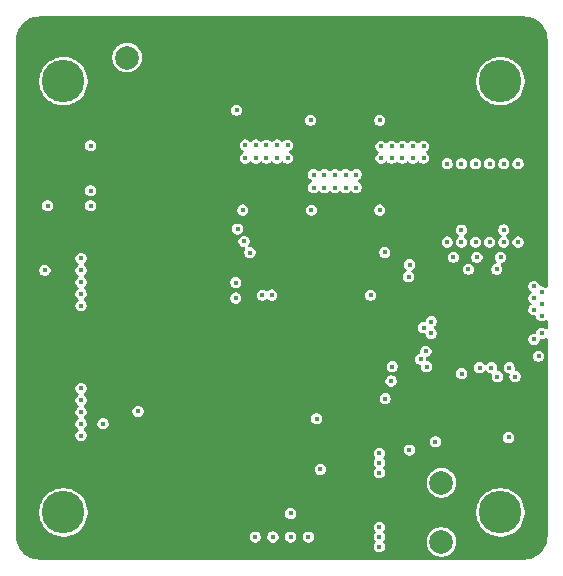
<source format=gbr>
%TF.GenerationSoftware,KiCad,Pcbnew,9.0.3*%
%TF.CreationDate,2025-07-31T21:13:17-04:00*%
%TF.ProjectId,motor-controller,6d6f746f-722d-4636-9f6e-74726f6c6c65,1*%
%TF.SameCoordinates,Original*%
%TF.FileFunction,Copper,L3,Inr*%
%TF.FilePolarity,Positive*%
%FSLAX46Y46*%
G04 Gerber Fmt 4.6, Leading zero omitted, Abs format (unit mm)*
G04 Created by KiCad (PCBNEW 9.0.3) date 2025-07-31 21:13:17*
%MOMM*%
%LPD*%
G01*
G04 APERTURE LIST*
%TA.AperFunction,ComponentPad*%
%ADD10C,3.600000*%
%TD*%
%TA.AperFunction,ViaPad*%
%ADD11C,0.450000*%
%TD*%
%TA.AperFunction,ViaPad*%
%ADD12C,2.000000*%
%TD*%
G04 APERTURE END LIST*
D10*
%TO.N,N/C*%
%TO.C,H2*%
X228500000Y-129000000D03*
%TD*%
%TO.N,N/C*%
%TO.C,H1*%
X191500000Y-129000000D03*
%TD*%
%TO.N,N/C*%
%TO.C,H3*%
X191500000Y-165500000D03*
%TD*%
%TO.N,N/C*%
%TO.C,H4*%
X228500000Y-165500000D03*
%TD*%
D11*
%TO.N,/motor_driver/MOTOR_{U}*%
X212700000Y-138000000D03*
X213600000Y-138000000D03*
X216300000Y-136900000D03*
X212700000Y-136900000D03*
X215400000Y-138000000D03*
X215400000Y-136900000D03*
X216300000Y-138000000D03*
X214500000Y-136900000D03*
X228520000Y-143900000D03*
X213600000Y-136900000D03*
X214500000Y-138000000D03*
D12*
%TO.N,GND*%
X223500000Y-165500000D03*
D11*
X227900000Y-149100000D03*
X216750000Y-167575000D03*
X222900000Y-148350000D03*
X220500000Y-150169999D03*
X189940000Y-148000000D03*
X204650000Y-164550000D03*
X227000000Y-149100000D03*
X227000000Y-150000000D03*
X231350000Y-149850000D03*
X189150000Y-154800000D03*
X227900000Y-150000000D03*
X231750000Y-153230000D03*
X189150000Y-158200000D03*
X204650000Y-163550000D03*
X220850000Y-143490000D03*
X207750000Y-165590001D03*
X224250000Y-153750000D03*
X226100000Y-148200000D03*
X229250000Y-151270000D03*
X227900000Y-148200000D03*
X205500000Y-164550000D03*
X189940000Y-146000000D03*
X212720000Y-154500000D03*
X203600000Y-126600000D03*
X206400000Y-163550000D03*
X203600000Y-125400000D03*
X229950000Y-157900000D03*
X193000001Y-149000000D03*
X205500000Y-163550000D03*
X206400000Y-164550000D03*
X190180000Y-134460000D03*
X189100000Y-152700000D03*
X216625000Y-147100000D03*
X189125000Y-160300000D03*
X223000000Y-160480000D03*
X189150000Y-156500000D03*
X215350000Y-155800001D03*
X227250000Y-151270000D03*
X215680000Y-154500000D03*
X227000000Y-148200000D03*
X219800000Y-143520000D03*
X204700000Y-125400000D03*
X221700000Y-147550000D03*
X190180000Y-138270000D03*
X193000001Y-154000000D03*
X189100000Y-142700000D03*
X206100000Y-148650000D03*
X204700000Y-126600000D03*
X222700000Y-157687500D03*
X221900000Y-160199999D03*
X189100000Y-150300000D03*
X190200000Y-137000000D03*
X228250000Y-151270000D03*
X216000000Y-159930000D03*
X226850000Y-156900000D03*
X226100000Y-150000000D03*
X231000000Y-155500000D03*
X226100000Y-149100000D03*
X219350000Y-150140001D03*
X225150000Y-159100000D03*
D12*
%TO.N,+BATT*%
X196900000Y-127000000D03*
D11*
X219350000Y-153159999D03*
X197825000Y-156950000D03*
X229200000Y-159150000D03*
%TO.N,+3V0*%
X225230000Y-153750000D03*
X220725000Y-145540001D03*
X218750000Y-155875001D03*
X218725000Y-143490001D03*
D12*
X223500000Y-163000000D03*
D11*
%TO.N,/motor_driver/MOTOR_{V}*%
X220200000Y-135500000D03*
X222000000Y-135500000D03*
X221100000Y-135500000D03*
X219300000Y-135500000D03*
X218400000Y-135500000D03*
X221100000Y-134500000D03*
X218400000Y-134500000D03*
X220200000Y-134500000D03*
X222000000Y-134500000D03*
X226520000Y-143900000D03*
X219300000Y-134500000D03*
%TO.N,/motor_driver/MOTOR_{W}*%
X210500000Y-135500000D03*
X207800000Y-135500000D03*
X224520000Y-143900000D03*
X209600000Y-134400000D03*
X206900000Y-135500000D03*
X206900000Y-134400000D03*
X207800000Y-134400000D03*
X208700000Y-135500000D03*
X210500000Y-134400000D03*
X209600000Y-135500000D03*
X208700000Y-134400000D03*
%TO.N,Net-(U1E-OC_COMP)*%
X220825000Y-144525000D03*
%TO.N,/motor_driver/NRST*%
X226750000Y-153250000D03*
X223000000Y-159520000D03*
X193820000Y-134460000D03*
X219250000Y-154375000D03*
%TO.N,/motor_driver/OSC32_N*%
X229250000Y-153250000D03*
%TO.N,/motor_driver/OSC32_P*%
X229750000Y-154000000D03*
%TO.N,/motor_driver/OSC_N*%
X227750000Y-153250000D03*
%TO.N,/motor_driver/OSC_P*%
X228250000Y-154000000D03*
%TO.N,Net-(D1B-K)*%
X228200000Y-144900000D03*
X228800000Y-141590001D03*
%TO.N,Net-(D2B-K)*%
X225800000Y-144900000D03*
X225200000Y-141590001D03*
%TO.N,+3V3*%
X189940001Y-145000000D03*
X231750000Y-152270000D03*
X217525000Y-147100000D03*
X210750000Y-165590001D03*
X190180000Y-139540000D03*
X193000001Y-159000000D03*
X212950000Y-157575000D03*
X194859999Y-158000000D03*
X218250000Y-162150000D03*
X218250000Y-161300000D03*
X218250000Y-160500000D03*
D12*
X223500000Y-168000000D03*
D11*
X193000001Y-144000000D03*
%TO.N,/motor_driver/VEL_ENC_{~{DET}}*%
X222650000Y-150350000D03*
X193000000Y-158000000D03*
%TO.N,/encoder/VEL_ENC.B*%
X222650000Y-149350000D03*
X193000000Y-156000000D03*
%TO.N,/encoder/VEL_ENC.A*%
X222000000Y-149850000D03*
X193000000Y-157000000D03*
%TO.N,/encoder/VEL_ENC.Z*%
X231350000Y-150850000D03*
X193000000Y-155000000D03*
%TO.N,/encoder/MOSI*%
X193000000Y-148000000D03*
X209150000Y-147100000D03*
%TO.N,/encoder/SCK*%
X208350000Y-147100000D03*
X193000000Y-146000000D03*
%TO.N,/encoder/MISO*%
X193000000Y-147000000D03*
X206100000Y-147350000D03*
%TO.N,/encoder/CSn*%
X206100000Y-146050000D03*
X193000000Y-145000000D03*
%TO.N,/BOOT_UART.RST*%
X220800000Y-160209999D03*
X209250000Y-167575000D03*
%TO.N,Net-(Q1-G)*%
X212445000Y-132300000D03*
X228800000Y-142609999D03*
X228800000Y-135990001D03*
%TO.N,Net-(Q2-G)*%
X230000000Y-135990001D03*
X230000000Y-142609999D03*
X212495001Y-139900000D03*
%TO.N,Net-(Q3-G)*%
X218295001Y-132300000D03*
X226400000Y-142609999D03*
X226400000Y-135990001D03*
%TO.N,/motor_driver/LED_{WARN}*%
X232000000Y-150350000D03*
%TO.N,Net-(Q4-G)*%
X227600000Y-142609999D03*
X218295001Y-139900000D03*
X227600000Y-135990001D03*
%TO.N,Net-(Q5-G)*%
X206175000Y-131450000D03*
X224000000Y-142609999D03*
X224000000Y-135990001D03*
%TO.N,Net-(Q6-G)*%
X206695001Y-139900000D03*
X225200000Y-142609999D03*
X225200000Y-135990001D03*
%TO.N,/motor_driver/LED_{FW_READY}*%
X231350000Y-148350000D03*
%TO.N,/motor_driver/LED_{ERROR}*%
X232000000Y-147850000D03*
%TO.N,/motor_driver/HALL_{1}*%
X222250000Y-153153500D03*
X206800000Y-142550000D03*
%TO.N,/motor_driver/HALL_{2}*%
X221750000Y-152525000D03*
X207300000Y-143500000D03*
%TO.N,/motor_driver/HALL_{3}*%
X206250000Y-141500000D03*
X222200000Y-151850000D03*
%TO.N,/BOOT_UART.RX*%
X210750000Y-167575000D03*
X231350000Y-147350000D03*
%TO.N,Net-(J5-Pin_8)*%
X212250000Y-167575000D03*
%TO.N,/BOOT_UART.BOOT0*%
X207750000Y-167575000D03*
X232000000Y-148850000D03*
%TO.N,/motor_driver/SWCLK*%
X213259999Y-161850000D03*
X193820000Y-138270000D03*
X232000000Y-146850000D03*
%TO.N,Net-(D7-A1)*%
X218250000Y-166750000D03*
X218250000Y-168400000D03*
X218250000Y-167575000D03*
%TO.N,/motor_driver/SWDIO*%
X193820000Y-139540000D03*
X231350000Y-146350000D03*
%TD*%
%TA.AperFunction,Conductor*%
%TO.N,GND*%
G36*
X230504042Y-123500765D02*
G01*
X230518399Y-123501705D01*
X230731615Y-123515680D01*
X230741094Y-123516671D01*
X230792679Y-123524088D01*
X230799143Y-123525195D01*
X230995789Y-123564310D01*
X231006496Y-123566941D01*
X231048767Y-123579353D01*
X231053614Y-123580887D01*
X231251989Y-123648226D01*
X231263615Y-123652841D01*
X231286842Y-123663448D01*
X231290139Y-123665013D01*
X231484204Y-123760715D01*
X231492460Y-123764787D01*
X231506508Y-123772897D01*
X231710464Y-123909177D01*
X231723328Y-123919048D01*
X231907749Y-124080781D01*
X231919218Y-124092250D01*
X232080951Y-124276671D01*
X232090825Y-124289539D01*
X232227102Y-124493492D01*
X232235212Y-124507539D01*
X232334968Y-124709824D01*
X232336550Y-124713156D01*
X232347154Y-124736375D01*
X232351779Y-124748028D01*
X232419097Y-124946340D01*
X232420655Y-124951264D01*
X232433053Y-124993488D01*
X232435693Y-125004232D01*
X232474796Y-125200818D01*
X232475917Y-125207362D01*
X232483325Y-125258885D01*
X232484321Y-125268422D01*
X232499234Y-125495941D01*
X232499500Y-125504051D01*
X232499500Y-146377679D01*
X232479815Y-146444718D01*
X232427011Y-146490473D01*
X232357853Y-146500417D01*
X232299080Y-146473576D01*
X232298409Y-146474451D01*
X232294607Y-146471533D01*
X232294297Y-146471392D01*
X232293708Y-146470843D01*
X232291966Y-146469507D01*
X232291964Y-146469505D01*
X232183536Y-146406905D01*
X232183537Y-146406905D01*
X232130198Y-146392613D01*
X232062601Y-146374500D01*
X231943987Y-146374500D01*
X231876948Y-146354815D01*
X231831193Y-146302011D01*
X231824212Y-146282594D01*
X231811067Y-146233536D01*
X231793095Y-146166464D01*
X231730495Y-146058036D01*
X231641964Y-145969505D01*
X231533536Y-145906905D01*
X231533537Y-145906905D01*
X231493224Y-145896103D01*
X231412601Y-145874500D01*
X231287399Y-145874500D01*
X231206775Y-145896103D01*
X231166463Y-145906905D01*
X231058037Y-145969504D01*
X231058034Y-145969506D01*
X230969506Y-146058034D01*
X230969504Y-146058037D01*
X230906905Y-146166463D01*
X230906905Y-146166464D01*
X230874500Y-146287399D01*
X230874500Y-146412601D01*
X230906905Y-146533536D01*
X230956538Y-146619505D01*
X230969504Y-146641962D01*
X230969506Y-146641965D01*
X231058036Y-146730495D01*
X231079025Y-146742613D01*
X231127240Y-146793180D01*
X231140462Y-146861788D01*
X231114494Y-146926652D01*
X231079025Y-146957387D01*
X231058036Y-146969504D01*
X230969506Y-147058034D01*
X230969504Y-147058037D01*
X230906905Y-147166463D01*
X230906905Y-147166464D01*
X230874500Y-147287399D01*
X230874500Y-147412601D01*
X230906905Y-147533536D01*
X230956538Y-147619505D01*
X230969504Y-147641962D01*
X230969506Y-147641965D01*
X231058036Y-147730495D01*
X231079025Y-147742613D01*
X231127240Y-147793180D01*
X231140462Y-147861788D01*
X231114494Y-147926652D01*
X231079025Y-147957387D01*
X231058036Y-147969504D01*
X230969506Y-148058034D01*
X230969504Y-148058037D01*
X230906905Y-148166463D01*
X230906905Y-148166464D01*
X230874500Y-148287399D01*
X230874500Y-148412601D01*
X230906905Y-148533536D01*
X230969505Y-148641964D01*
X231058036Y-148730495D01*
X231166464Y-148793095D01*
X231287399Y-148825500D01*
X231287401Y-148825500D01*
X231406013Y-148825500D01*
X231473052Y-148845185D01*
X231518807Y-148897989D01*
X231525786Y-148917400D01*
X231556905Y-149033536D01*
X231619505Y-149141964D01*
X231708036Y-149230495D01*
X231816464Y-149293095D01*
X231937399Y-149325500D01*
X231937401Y-149325500D01*
X232062599Y-149325500D01*
X232062601Y-149325500D01*
X232183536Y-149293095D01*
X232291964Y-149230495D01*
X232291970Y-149230488D01*
X232298409Y-149225549D01*
X232300198Y-149227880D01*
X232349142Y-149201155D01*
X232418834Y-149206139D01*
X232474767Y-149248011D01*
X232499184Y-149313475D01*
X232499500Y-149322321D01*
X232499500Y-149877679D01*
X232479815Y-149944718D01*
X232427011Y-149990473D01*
X232357853Y-150000417D01*
X232299080Y-149973576D01*
X232298409Y-149974451D01*
X232294607Y-149971533D01*
X232294297Y-149971392D01*
X232293708Y-149970843D01*
X232291965Y-149969506D01*
X232291964Y-149969505D01*
X232183536Y-149906905D01*
X232183537Y-149906905D01*
X232143224Y-149896103D01*
X232062601Y-149874500D01*
X231937399Y-149874500D01*
X231856775Y-149896103D01*
X231816463Y-149906905D01*
X231708037Y-149969504D01*
X231708034Y-149969506D01*
X231619506Y-150058034D01*
X231619504Y-150058037D01*
X231556905Y-150166463D01*
X231525788Y-150282594D01*
X231489422Y-150342254D01*
X231426575Y-150372783D01*
X231406013Y-150374500D01*
X231287399Y-150374500D01*
X231206775Y-150396103D01*
X231166463Y-150406905D01*
X231058037Y-150469504D01*
X231058034Y-150469506D01*
X230969506Y-150558034D01*
X230969504Y-150558037D01*
X230906905Y-150666463D01*
X230906905Y-150666464D01*
X230874500Y-150787399D01*
X230874500Y-150912601D01*
X230906905Y-151033536D01*
X230969505Y-151141964D01*
X231058036Y-151230495D01*
X231166464Y-151293095D01*
X231287399Y-151325500D01*
X231287401Y-151325500D01*
X231412599Y-151325500D01*
X231412601Y-151325500D01*
X231533536Y-151293095D01*
X231641964Y-151230495D01*
X231730495Y-151141964D01*
X231793095Y-151033536D01*
X231824212Y-150917404D01*
X231860578Y-150857746D01*
X231923425Y-150827217D01*
X231943987Y-150825500D01*
X232062599Y-150825500D01*
X232062601Y-150825500D01*
X232183536Y-150793095D01*
X232291964Y-150730495D01*
X232291970Y-150730488D01*
X232298409Y-150725549D01*
X232300198Y-150727880D01*
X232349142Y-150701155D01*
X232418834Y-150706139D01*
X232474767Y-150748011D01*
X232499184Y-150813475D01*
X232499500Y-150822321D01*
X232499500Y-167495948D01*
X232499234Y-167504058D01*
X232484321Y-167731576D01*
X232483325Y-167741113D01*
X232475917Y-167792636D01*
X232474796Y-167799180D01*
X232435693Y-167995766D01*
X232433053Y-168006510D01*
X232420655Y-168048734D01*
X232419097Y-168053658D01*
X232351779Y-168251970D01*
X232347154Y-168263623D01*
X232347153Y-168263626D01*
X232336542Y-168286859D01*
X232334961Y-168290187D01*
X232235214Y-168492456D01*
X232227104Y-168506504D01*
X232090825Y-168710460D01*
X232080951Y-168723328D01*
X231919218Y-168907749D01*
X231907749Y-168919218D01*
X231723328Y-169080951D01*
X231710460Y-169090825D01*
X231506504Y-169227104D01*
X231492456Y-169235214D01*
X231290187Y-169334961D01*
X231286859Y-169336542D01*
X231263626Y-169347153D01*
X231251970Y-169351779D01*
X231053658Y-169419097D01*
X231048734Y-169420655D01*
X231006510Y-169433053D01*
X230995766Y-169435693D01*
X230799180Y-169474796D01*
X230792636Y-169475917D01*
X230741113Y-169483325D01*
X230731576Y-169484321D01*
X230504058Y-169499234D01*
X230495948Y-169499500D01*
X189504052Y-169499500D01*
X189495942Y-169499234D01*
X189268422Y-169484321D01*
X189258885Y-169483325D01*
X189207362Y-169475917D01*
X189200818Y-169474796D01*
X189004232Y-169435693D01*
X188993488Y-169433053D01*
X188951264Y-169420655D01*
X188946340Y-169419097D01*
X188748028Y-169351779D01*
X188736375Y-169347154D01*
X188713156Y-169336550D01*
X188709824Y-169334968D01*
X188507539Y-169235212D01*
X188493492Y-169227102D01*
X188289539Y-169090825D01*
X188276671Y-169080951D01*
X188092250Y-168919218D01*
X188080781Y-168907749D01*
X187969182Y-168780495D01*
X187919045Y-168723325D01*
X187909174Y-168710460D01*
X187896815Y-168691964D01*
X187772895Y-168506504D01*
X187764787Y-168492460D01*
X187712630Y-168386697D01*
X187665013Y-168290139D01*
X187663448Y-168286842D01*
X187652841Y-168263615D01*
X187648226Y-168251989D01*
X187580887Y-168053614D01*
X187579353Y-168048767D01*
X187566941Y-168006496D01*
X187564310Y-167995789D01*
X187525195Y-167799143D01*
X187524088Y-167792679D01*
X187516671Y-167741094D01*
X187515680Y-167731615D01*
X187500765Y-167504042D01*
X187500500Y-167495933D01*
X187500500Y-165365602D01*
X189449500Y-165365602D01*
X189449500Y-165634397D01*
X189484582Y-165900880D01*
X189484583Y-165900885D01*
X189484584Y-165900891D01*
X189484585Y-165900893D01*
X189554152Y-166160524D01*
X189657011Y-166408850D01*
X189657019Y-166408866D01*
X189737830Y-166548832D01*
X189791413Y-166641641D01*
X189791415Y-166641644D01*
X189791416Y-166641645D01*
X189955042Y-166854888D01*
X189955048Y-166854895D01*
X190145104Y-167044951D01*
X190145111Y-167044957D01*
X190146697Y-167046174D01*
X190358359Y-167208587D01*
X190487305Y-167283034D01*
X190591133Y-167342980D01*
X190591149Y-167342988D01*
X190708182Y-167391464D01*
X190839474Y-167445847D01*
X191099109Y-167515416D01*
X191287319Y-167540193D01*
X191365602Y-167550500D01*
X191365603Y-167550500D01*
X191634398Y-167550500D01*
X191694905Y-167542534D01*
X191900891Y-167515416D01*
X191912151Y-167512399D01*
X207274500Y-167512399D01*
X207274500Y-167637601D01*
X207306905Y-167758536D01*
X207369505Y-167866964D01*
X207458036Y-167955495D01*
X207566464Y-168018095D01*
X207687399Y-168050500D01*
X207687401Y-168050500D01*
X207812599Y-168050500D01*
X207812601Y-168050500D01*
X207933536Y-168018095D01*
X208041964Y-167955495D01*
X208130495Y-167866964D01*
X208193095Y-167758536D01*
X208225500Y-167637601D01*
X208225500Y-167512399D01*
X208774500Y-167512399D01*
X208774500Y-167637601D01*
X208806905Y-167758536D01*
X208869505Y-167866964D01*
X208958036Y-167955495D01*
X209066464Y-168018095D01*
X209187399Y-168050500D01*
X209187401Y-168050500D01*
X209312599Y-168050500D01*
X209312601Y-168050500D01*
X209433536Y-168018095D01*
X209541964Y-167955495D01*
X209630495Y-167866964D01*
X209693095Y-167758536D01*
X209725500Y-167637601D01*
X209725500Y-167512399D01*
X210274500Y-167512399D01*
X210274500Y-167637601D01*
X210306905Y-167758536D01*
X210369505Y-167866964D01*
X210458036Y-167955495D01*
X210566464Y-168018095D01*
X210687399Y-168050500D01*
X210687401Y-168050500D01*
X210812599Y-168050500D01*
X210812601Y-168050500D01*
X210933536Y-168018095D01*
X211041964Y-167955495D01*
X211130495Y-167866964D01*
X211193095Y-167758536D01*
X211225500Y-167637601D01*
X211225500Y-167512399D01*
X211774500Y-167512399D01*
X211774500Y-167637601D01*
X211806905Y-167758536D01*
X211869505Y-167866964D01*
X211958036Y-167955495D01*
X212066464Y-168018095D01*
X212187399Y-168050500D01*
X212187401Y-168050500D01*
X212312599Y-168050500D01*
X212312601Y-168050500D01*
X212433536Y-168018095D01*
X212541964Y-167955495D01*
X212630495Y-167866964D01*
X212693095Y-167758536D01*
X212725500Y-167637601D01*
X212725500Y-167512399D01*
X212693095Y-167391464D01*
X212630495Y-167283036D01*
X212541964Y-167194505D01*
X212433536Y-167131905D01*
X212433537Y-167131905D01*
X212385994Y-167119166D01*
X212312601Y-167099500D01*
X212187399Y-167099500D01*
X212114006Y-167119166D01*
X212066463Y-167131905D01*
X211958037Y-167194504D01*
X211958034Y-167194506D01*
X211869506Y-167283034D01*
X211869504Y-167283037D01*
X211806905Y-167391463D01*
X211806905Y-167391464D01*
X211774500Y-167512399D01*
X211225500Y-167512399D01*
X211193095Y-167391464D01*
X211130495Y-167283036D01*
X211041964Y-167194505D01*
X210933536Y-167131905D01*
X210933537Y-167131905D01*
X210885994Y-167119166D01*
X210812601Y-167099500D01*
X210687399Y-167099500D01*
X210614006Y-167119166D01*
X210566463Y-167131905D01*
X210458037Y-167194504D01*
X210458034Y-167194506D01*
X210369506Y-167283034D01*
X210369504Y-167283037D01*
X210306905Y-167391463D01*
X210306905Y-167391464D01*
X210274500Y-167512399D01*
X209725500Y-167512399D01*
X209693095Y-167391464D01*
X209630495Y-167283036D01*
X209541964Y-167194505D01*
X209433536Y-167131905D01*
X209433537Y-167131905D01*
X209385994Y-167119166D01*
X209312601Y-167099500D01*
X209187399Y-167099500D01*
X209114006Y-167119166D01*
X209066463Y-167131905D01*
X208958037Y-167194504D01*
X208958034Y-167194506D01*
X208869506Y-167283034D01*
X208869504Y-167283037D01*
X208806905Y-167391463D01*
X208806905Y-167391464D01*
X208774500Y-167512399D01*
X208225500Y-167512399D01*
X208193095Y-167391464D01*
X208130495Y-167283036D01*
X208041964Y-167194505D01*
X207933536Y-167131905D01*
X207933537Y-167131905D01*
X207885994Y-167119166D01*
X207812601Y-167099500D01*
X207687399Y-167099500D01*
X207614006Y-167119166D01*
X207566463Y-167131905D01*
X207458037Y-167194504D01*
X207458034Y-167194506D01*
X207369506Y-167283034D01*
X207369504Y-167283037D01*
X207306905Y-167391463D01*
X207306905Y-167391464D01*
X207274500Y-167512399D01*
X191912151Y-167512399D01*
X192160526Y-167445847D01*
X192291818Y-167391464D01*
X192296053Y-167389710D01*
X192408850Y-167342988D01*
X192408853Y-167342986D01*
X192408859Y-167342984D01*
X192641641Y-167208587D01*
X192854890Y-167044956D01*
X193044956Y-166854890D01*
X193173476Y-166687399D01*
X217774500Y-166687399D01*
X217774500Y-166812601D01*
X217782141Y-166841116D01*
X217806905Y-166933536D01*
X217869504Y-167041962D01*
X217869506Y-167041965D01*
X217902360Y-167074819D01*
X217935845Y-167136142D01*
X217930861Y-167205834D01*
X217902360Y-167250181D01*
X217869506Y-167283034D01*
X217869504Y-167283037D01*
X217806905Y-167391463D01*
X217806905Y-167391464D01*
X217774500Y-167512399D01*
X217774500Y-167637601D01*
X217806905Y-167758536D01*
X217830370Y-167799180D01*
X217869504Y-167866962D01*
X217869506Y-167866965D01*
X217902360Y-167899819D01*
X217935845Y-167961142D01*
X217930861Y-168030834D01*
X217902360Y-168075181D01*
X217869506Y-168108034D01*
X217869504Y-168108037D01*
X217806905Y-168216463D01*
X217806905Y-168216464D01*
X217774500Y-168337399D01*
X217774500Y-168462601D01*
X217806905Y-168583536D01*
X217869505Y-168691964D01*
X217958036Y-168780495D01*
X218066464Y-168843095D01*
X218187399Y-168875500D01*
X218187401Y-168875500D01*
X218312599Y-168875500D01*
X218312601Y-168875500D01*
X218433536Y-168843095D01*
X218541964Y-168780495D01*
X218630495Y-168691964D01*
X218693095Y-168583536D01*
X218725500Y-168462601D01*
X218725500Y-168337399D01*
X218693095Y-168216464D01*
X218630495Y-168108036D01*
X218597640Y-168075181D01*
X218596950Y-168073918D01*
X218595704Y-168073201D01*
X218580255Y-168043344D01*
X218564155Y-168013858D01*
X218564257Y-168012424D01*
X218563596Y-168011146D01*
X218566742Y-167977682D01*
X218569139Y-167944166D01*
X218570045Y-167942549D01*
X218570136Y-167941583D01*
X218573169Y-167936976D01*
X218587738Y-167910991D01*
X218592348Y-167905110D01*
X218595881Y-167901577D01*
X222249500Y-167901577D01*
X222249500Y-168098422D01*
X222280290Y-168292826D01*
X222341117Y-168480029D01*
X222393857Y-168583536D01*
X222430476Y-168655405D01*
X222546172Y-168814646D01*
X222685354Y-168953828D01*
X222844595Y-169069524D01*
X222877540Y-169086310D01*
X223019970Y-169158882D01*
X223019972Y-169158882D01*
X223019975Y-169158884D01*
X223120317Y-169191487D01*
X223207173Y-169219709D01*
X223401578Y-169250500D01*
X223401583Y-169250500D01*
X223598422Y-169250500D01*
X223792826Y-169219709D01*
X223980025Y-169158884D01*
X224155405Y-169069524D01*
X224314646Y-168953828D01*
X224453828Y-168814646D01*
X224569524Y-168655405D01*
X224658884Y-168480025D01*
X224719709Y-168292826D01*
X224726180Y-168251970D01*
X224750500Y-168098422D01*
X224750500Y-167901577D01*
X224719709Y-167707173D01*
X224658882Y-167519970D01*
X224569523Y-167344594D01*
X224568356Y-167342988D01*
X224453828Y-167185354D01*
X224314646Y-167046172D01*
X224155405Y-166930476D01*
X223980029Y-166841117D01*
X223792826Y-166780290D01*
X223598422Y-166749500D01*
X223598417Y-166749500D01*
X223401583Y-166749500D01*
X223401578Y-166749500D01*
X223207173Y-166780290D01*
X223019970Y-166841117D01*
X222844594Y-166930476D01*
X222753741Y-166996485D01*
X222685354Y-167046172D01*
X222685352Y-167046174D01*
X222685351Y-167046174D01*
X222546174Y-167185351D01*
X222546174Y-167185352D01*
X222546172Y-167185354D01*
X222499072Y-167250181D01*
X222430476Y-167344594D01*
X222341117Y-167519970D01*
X222280290Y-167707173D01*
X222249500Y-167901577D01*
X218595881Y-167901577D01*
X218630495Y-167866964D01*
X218693095Y-167758536D01*
X218725500Y-167637601D01*
X218725500Y-167512399D01*
X218693095Y-167391464D01*
X218630495Y-167283036D01*
X218597640Y-167250181D01*
X218564155Y-167188858D01*
X218569139Y-167119166D01*
X218597640Y-167074819D01*
X218630495Y-167041964D01*
X218693095Y-166933536D01*
X218725500Y-166812601D01*
X218725500Y-166687399D01*
X218693095Y-166566464D01*
X218630495Y-166458036D01*
X218541964Y-166369505D01*
X218433536Y-166306905D01*
X218433537Y-166306905D01*
X218393224Y-166296103D01*
X218312601Y-166274500D01*
X218187399Y-166274500D01*
X218106775Y-166296103D01*
X218066463Y-166306905D01*
X217958037Y-166369504D01*
X217958034Y-166369506D01*
X217869506Y-166458034D01*
X217869504Y-166458037D01*
X217806905Y-166566463D01*
X217806905Y-166566464D01*
X217774500Y-166687399D01*
X193173476Y-166687399D01*
X193208587Y-166641641D01*
X193342984Y-166408859D01*
X193445847Y-166160526D01*
X193515416Y-165900891D01*
X193550500Y-165634397D01*
X193550500Y-165527400D01*
X210274500Y-165527400D01*
X210274500Y-165652602D01*
X210306905Y-165773537D01*
X210369505Y-165881965D01*
X210458036Y-165970496D01*
X210566464Y-166033096D01*
X210687399Y-166065501D01*
X210687401Y-166065501D01*
X210812599Y-166065501D01*
X210812601Y-166065501D01*
X210933536Y-166033096D01*
X211041964Y-165970496D01*
X211130495Y-165881965D01*
X211193095Y-165773537D01*
X211225500Y-165652602D01*
X211225500Y-165527400D01*
X211193095Y-165406465D01*
X211169503Y-165365602D01*
X226449500Y-165365602D01*
X226449500Y-165634397D01*
X226484582Y-165900880D01*
X226484583Y-165900885D01*
X226484584Y-165900891D01*
X226484585Y-165900893D01*
X226554152Y-166160524D01*
X226657011Y-166408850D01*
X226657019Y-166408866D01*
X226737830Y-166548832D01*
X226791413Y-166641641D01*
X226791415Y-166641644D01*
X226791416Y-166641645D01*
X226955042Y-166854888D01*
X226955048Y-166854895D01*
X227145104Y-167044951D01*
X227145111Y-167044957D01*
X227146697Y-167046174D01*
X227358359Y-167208587D01*
X227487305Y-167283034D01*
X227591133Y-167342980D01*
X227591149Y-167342988D01*
X227708182Y-167391464D01*
X227839474Y-167445847D01*
X228099109Y-167515416D01*
X228287319Y-167540193D01*
X228365602Y-167550500D01*
X228365603Y-167550500D01*
X228634398Y-167550500D01*
X228694905Y-167542534D01*
X228900891Y-167515416D01*
X229160526Y-167445847D01*
X229404970Y-167344595D01*
X229408850Y-167342988D01*
X229408853Y-167342986D01*
X229408859Y-167342984D01*
X229641641Y-167208587D01*
X229854890Y-167044956D01*
X230044956Y-166854890D01*
X230208587Y-166641641D01*
X230342984Y-166408859D01*
X230445847Y-166160526D01*
X230515416Y-165900891D01*
X230550500Y-165634397D01*
X230550500Y-165365603D01*
X230515416Y-165099109D01*
X230445847Y-164839474D01*
X230407132Y-164746008D01*
X230342988Y-164591149D01*
X230342980Y-164591133D01*
X230294964Y-164507968D01*
X230208587Y-164358359D01*
X230044956Y-164145110D01*
X230044951Y-164145104D01*
X229854895Y-163955048D01*
X229854888Y-163955042D01*
X229641645Y-163791416D01*
X229641644Y-163791415D01*
X229641641Y-163791413D01*
X229548832Y-163737830D01*
X229408866Y-163657019D01*
X229408850Y-163657011D01*
X229160524Y-163554152D01*
X229030708Y-163519368D01*
X228900891Y-163484584D01*
X228900885Y-163484583D01*
X228900880Y-163484582D01*
X228634398Y-163449500D01*
X228634397Y-163449500D01*
X228365603Y-163449500D01*
X228365602Y-163449500D01*
X228099119Y-163484582D01*
X228099112Y-163484583D01*
X228099109Y-163484584D01*
X228044239Y-163499286D01*
X227839475Y-163554152D01*
X227591149Y-163657011D01*
X227591133Y-163657019D01*
X227358354Y-163791416D01*
X227145111Y-163955042D01*
X227145104Y-163955048D01*
X226955048Y-164145104D01*
X226955042Y-164145111D01*
X226791416Y-164358354D01*
X226657019Y-164591133D01*
X226657011Y-164591149D01*
X226554152Y-164839475D01*
X226484585Y-165099106D01*
X226484582Y-165099119D01*
X226449500Y-165365602D01*
X211169503Y-165365602D01*
X211130495Y-165298037D01*
X211041964Y-165209506D01*
X210933536Y-165146906D01*
X210933537Y-165146906D01*
X210893224Y-165136104D01*
X210812601Y-165114501D01*
X210687399Y-165114501D01*
X210606775Y-165136104D01*
X210566463Y-165146906D01*
X210458037Y-165209505D01*
X210458034Y-165209507D01*
X210369506Y-165298035D01*
X210369504Y-165298038D01*
X210306905Y-165406464D01*
X210306905Y-165406465D01*
X210274500Y-165527400D01*
X193550500Y-165527400D01*
X193550500Y-165365603D01*
X193515416Y-165099109D01*
X193445847Y-164839474D01*
X193407132Y-164746008D01*
X193342988Y-164591149D01*
X193342980Y-164591133D01*
X193294964Y-164507968D01*
X193208587Y-164358359D01*
X193044956Y-164145110D01*
X193044951Y-164145104D01*
X192854895Y-163955048D01*
X192854888Y-163955042D01*
X192641645Y-163791416D01*
X192641644Y-163791415D01*
X192641641Y-163791413D01*
X192548832Y-163737830D01*
X192408866Y-163657019D01*
X192408850Y-163657011D01*
X192160524Y-163554152D01*
X192030708Y-163519368D01*
X191900891Y-163484584D01*
X191900885Y-163484583D01*
X191900880Y-163484582D01*
X191634398Y-163449500D01*
X191634397Y-163449500D01*
X191365603Y-163449500D01*
X191365602Y-163449500D01*
X191099119Y-163484582D01*
X191099112Y-163484583D01*
X191099109Y-163484584D01*
X191044239Y-163499286D01*
X190839475Y-163554152D01*
X190591149Y-163657011D01*
X190591133Y-163657019D01*
X190358354Y-163791416D01*
X190145111Y-163955042D01*
X190145104Y-163955048D01*
X189955048Y-164145104D01*
X189955042Y-164145111D01*
X189791416Y-164358354D01*
X189657019Y-164591133D01*
X189657011Y-164591149D01*
X189554152Y-164839475D01*
X189484585Y-165099106D01*
X189484582Y-165099119D01*
X189449500Y-165365602D01*
X187500500Y-165365602D01*
X187500500Y-162901577D01*
X222249500Y-162901577D01*
X222249500Y-163098422D01*
X222280290Y-163292826D01*
X222341117Y-163480029D01*
X222430476Y-163655405D01*
X222546172Y-163814646D01*
X222685354Y-163953828D01*
X222844595Y-164069524D01*
X222927455Y-164111743D01*
X223019970Y-164158882D01*
X223019972Y-164158882D01*
X223019975Y-164158884D01*
X223120317Y-164191487D01*
X223207173Y-164219709D01*
X223401578Y-164250500D01*
X223401583Y-164250500D01*
X223598422Y-164250500D01*
X223792826Y-164219709D01*
X223980025Y-164158884D01*
X224155405Y-164069524D01*
X224314646Y-163953828D01*
X224453828Y-163814646D01*
X224569524Y-163655405D01*
X224658884Y-163480025D01*
X224719709Y-163292826D01*
X224750500Y-163098422D01*
X224750500Y-162901577D01*
X224719709Y-162707173D01*
X224662302Y-162530495D01*
X224658884Y-162519975D01*
X224658882Y-162519972D01*
X224658882Y-162519970D01*
X224569523Y-162344594D01*
X224561489Y-162333536D01*
X224453828Y-162185354D01*
X224314646Y-162046172D01*
X224155405Y-161930476D01*
X223980029Y-161841117D01*
X223792826Y-161780290D01*
X223598422Y-161749500D01*
X223598417Y-161749500D01*
X223401583Y-161749500D01*
X223401578Y-161749500D01*
X223207173Y-161780290D01*
X223019970Y-161841117D01*
X222844594Y-161930476D01*
X222795063Y-161966463D01*
X222685354Y-162046172D01*
X222685352Y-162046174D01*
X222685351Y-162046174D01*
X222546174Y-162185351D01*
X222546174Y-162185352D01*
X222546172Y-162185354D01*
X222513375Y-162230495D01*
X222430476Y-162344594D01*
X222341117Y-162519970D01*
X222280290Y-162707173D01*
X222249500Y-162901577D01*
X187500500Y-162901577D01*
X187500500Y-161787399D01*
X212784499Y-161787399D01*
X212784499Y-161912601D01*
X212816904Y-162033536D01*
X212879504Y-162141964D01*
X212968035Y-162230495D01*
X213076463Y-162293095D01*
X213197398Y-162325500D01*
X213197400Y-162325500D01*
X213322598Y-162325500D01*
X213322600Y-162325500D01*
X213443535Y-162293095D01*
X213551963Y-162230495D01*
X213640494Y-162141964D01*
X213703094Y-162033536D01*
X213735499Y-161912601D01*
X213735499Y-161787399D01*
X213703094Y-161666464D01*
X213640494Y-161558036D01*
X213551963Y-161469505D01*
X213443535Y-161406905D01*
X213443536Y-161406905D01*
X213403223Y-161396103D01*
X213322600Y-161374500D01*
X213197398Y-161374500D01*
X213116774Y-161396103D01*
X213076462Y-161406905D01*
X212968036Y-161469504D01*
X212968033Y-161469506D01*
X212879505Y-161558034D01*
X212879503Y-161558037D01*
X212816904Y-161666463D01*
X212808282Y-161698642D01*
X212784499Y-161787399D01*
X187500500Y-161787399D01*
X187500500Y-160437399D01*
X217774500Y-160437399D01*
X217774500Y-160562601D01*
X217781974Y-160590492D01*
X217806905Y-160683536D01*
X217869504Y-160791962D01*
X217869506Y-160791965D01*
X217889860Y-160812319D01*
X217923345Y-160873642D01*
X217918361Y-160943334D01*
X217889860Y-160987681D01*
X217869506Y-161008034D01*
X217869504Y-161008037D01*
X217806905Y-161116463D01*
X217806905Y-161116464D01*
X217774500Y-161237399D01*
X217774500Y-161362601D01*
X217803145Y-161469504D01*
X217806905Y-161483536D01*
X217869504Y-161591962D01*
X217869506Y-161591965D01*
X217914860Y-161637319D01*
X217948345Y-161698642D01*
X217943361Y-161768334D01*
X217914860Y-161812681D01*
X217869506Y-161858034D01*
X217869504Y-161858037D01*
X217806905Y-161966463D01*
X217806905Y-161966464D01*
X217774500Y-162087399D01*
X217774500Y-162212601D01*
X217806905Y-162333536D01*
X217869505Y-162441964D01*
X217958036Y-162530495D01*
X218066464Y-162593095D01*
X218187399Y-162625500D01*
X218187401Y-162625500D01*
X218312599Y-162625500D01*
X218312601Y-162625500D01*
X218433536Y-162593095D01*
X218541964Y-162530495D01*
X218630495Y-162441964D01*
X218693095Y-162333536D01*
X218725500Y-162212601D01*
X218725500Y-162087399D01*
X218693095Y-161966464D01*
X218630495Y-161858036D01*
X218585140Y-161812681D01*
X218551655Y-161751358D01*
X218556639Y-161681666D01*
X218585140Y-161637319D01*
X218630495Y-161591964D01*
X218693095Y-161483536D01*
X218725500Y-161362601D01*
X218725500Y-161237399D01*
X218693095Y-161116464D01*
X218630495Y-161008036D01*
X218610140Y-160987681D01*
X218576655Y-160926358D01*
X218581639Y-160856666D01*
X218610140Y-160812319D01*
X218630495Y-160791964D01*
X218693095Y-160683536D01*
X218725500Y-160562601D01*
X218725500Y-160437399D01*
X218693095Y-160316464D01*
X218630495Y-160208036D01*
X218569857Y-160147398D01*
X220324500Y-160147398D01*
X220324500Y-160272600D01*
X220356905Y-160393535D01*
X220419505Y-160501963D01*
X220508036Y-160590494D01*
X220616464Y-160653094D01*
X220737399Y-160685499D01*
X220737401Y-160685499D01*
X220862599Y-160685499D01*
X220862601Y-160685499D01*
X220983536Y-160653094D01*
X221091964Y-160590494D01*
X221180495Y-160501963D01*
X221243095Y-160393535D01*
X221275500Y-160272600D01*
X221275500Y-160147398D01*
X221243095Y-160026463D01*
X221180495Y-159918035D01*
X221091964Y-159829504D01*
X220983536Y-159766904D01*
X220983537Y-159766904D01*
X220943224Y-159756102D01*
X220862601Y-159734499D01*
X220737399Y-159734499D01*
X220656775Y-159756102D01*
X220616463Y-159766904D01*
X220508037Y-159829503D01*
X220508034Y-159829505D01*
X220419506Y-159918033D01*
X220419504Y-159918036D01*
X220356905Y-160026462D01*
X220356905Y-160026463D01*
X220324500Y-160147398D01*
X218569857Y-160147398D01*
X218541964Y-160119505D01*
X218433536Y-160056905D01*
X218433537Y-160056905D01*
X218393224Y-160046103D01*
X218312601Y-160024500D01*
X218187399Y-160024500D01*
X218106775Y-160046103D01*
X218066463Y-160056905D01*
X217958037Y-160119504D01*
X217958034Y-160119506D01*
X217869506Y-160208034D01*
X217869504Y-160208037D01*
X217806905Y-160316463D01*
X217806905Y-160316464D01*
X217774500Y-160437399D01*
X187500500Y-160437399D01*
X187500500Y-154937399D01*
X192524500Y-154937399D01*
X192524500Y-155062601D01*
X192556905Y-155183536D01*
X192619504Y-155291962D01*
X192619506Y-155291965D01*
X192708036Y-155380495D01*
X192729025Y-155392613D01*
X192777240Y-155443180D01*
X192790462Y-155511788D01*
X192764494Y-155576652D01*
X192729025Y-155607387D01*
X192708036Y-155619504D01*
X192619506Y-155708034D01*
X192619504Y-155708037D01*
X192556905Y-155816463D01*
X192556905Y-155816464D01*
X192524500Y-155937399D01*
X192524500Y-156062601D01*
X192552464Y-156166963D01*
X192556905Y-156183536D01*
X192619504Y-156291962D01*
X192619506Y-156291965D01*
X192708036Y-156380495D01*
X192729025Y-156392613D01*
X192777240Y-156443180D01*
X192790462Y-156511788D01*
X192764494Y-156576652D01*
X192729025Y-156607387D01*
X192708036Y-156619504D01*
X192619506Y-156708034D01*
X192619504Y-156708037D01*
X192556905Y-156816463D01*
X192556905Y-156816464D01*
X192524500Y-156937399D01*
X192524500Y-157062601D01*
X192556905Y-157183536D01*
X192614350Y-157283036D01*
X192619504Y-157291962D01*
X192619506Y-157291965D01*
X192708036Y-157380495D01*
X192729025Y-157392613D01*
X192777240Y-157443180D01*
X192790462Y-157511788D01*
X192764494Y-157576652D01*
X192729025Y-157607387D01*
X192708036Y-157619504D01*
X192619506Y-157708034D01*
X192619504Y-157708037D01*
X192556905Y-157816463D01*
X192556905Y-157816464D01*
X192524500Y-157937399D01*
X192524500Y-158062601D01*
X192556905Y-158183536D01*
X192619505Y-158291964D01*
X192708036Y-158380495D01*
X192729020Y-158392610D01*
X192729024Y-158392612D01*
X192777240Y-158443179D01*
X192790464Y-158511786D01*
X192764496Y-158576651D01*
X192729026Y-158607387D01*
X192708037Y-158619504D01*
X192619507Y-158708034D01*
X192619505Y-158708037D01*
X192556906Y-158816463D01*
X192556906Y-158816464D01*
X192524501Y-158937399D01*
X192524501Y-159062601D01*
X192556906Y-159183536D01*
X192619506Y-159291964D01*
X192708037Y-159380495D01*
X192816465Y-159443095D01*
X192937400Y-159475500D01*
X192937402Y-159475500D01*
X193062600Y-159475500D01*
X193062602Y-159475500D01*
X193130155Y-159457399D01*
X222524500Y-159457399D01*
X222524500Y-159582601D01*
X222556905Y-159703536D01*
X222619505Y-159811964D01*
X222708036Y-159900495D01*
X222816464Y-159963095D01*
X222937399Y-159995500D01*
X222937401Y-159995500D01*
X223062599Y-159995500D01*
X223062601Y-159995500D01*
X223183536Y-159963095D01*
X223291964Y-159900495D01*
X223380495Y-159811964D01*
X223443095Y-159703536D01*
X223475500Y-159582601D01*
X223475500Y-159457399D01*
X223443095Y-159336464D01*
X223380495Y-159228036D01*
X223291964Y-159139505D01*
X223201712Y-159087399D01*
X228724500Y-159087399D01*
X228724500Y-159212601D01*
X228756905Y-159333536D01*
X228819505Y-159441964D01*
X228908036Y-159530495D01*
X229016464Y-159593095D01*
X229137399Y-159625500D01*
X229137401Y-159625500D01*
X229262599Y-159625500D01*
X229262601Y-159625500D01*
X229383536Y-159593095D01*
X229491964Y-159530495D01*
X229580495Y-159441964D01*
X229643095Y-159333536D01*
X229675500Y-159212601D01*
X229675500Y-159087399D01*
X229643095Y-158966464D01*
X229580495Y-158858036D01*
X229491964Y-158769505D01*
X229383536Y-158706905D01*
X229383537Y-158706905D01*
X229343224Y-158696103D01*
X229262601Y-158674500D01*
X229137399Y-158674500D01*
X229056775Y-158696103D01*
X229016463Y-158706905D01*
X228908037Y-158769504D01*
X228908034Y-158769506D01*
X228819506Y-158858034D01*
X228819504Y-158858037D01*
X228756905Y-158966463D01*
X228756905Y-158966464D01*
X228724500Y-159087399D01*
X223201712Y-159087399D01*
X223183536Y-159076905D01*
X223183537Y-159076905D01*
X223143224Y-159066103D01*
X223062601Y-159044500D01*
X222937399Y-159044500D01*
X222856775Y-159066103D01*
X222816463Y-159076905D01*
X222708037Y-159139504D01*
X222708034Y-159139506D01*
X222619506Y-159228034D01*
X222619504Y-159228037D01*
X222556905Y-159336463D01*
X222556905Y-159336464D01*
X222524500Y-159457399D01*
X193130155Y-159457399D01*
X193183537Y-159443095D01*
X193291965Y-159380495D01*
X193380496Y-159291964D01*
X193443096Y-159183536D01*
X193475501Y-159062601D01*
X193475501Y-158937399D01*
X193443096Y-158816464D01*
X193380496Y-158708036D01*
X193291965Y-158619505D01*
X193291964Y-158619504D01*
X193291961Y-158619502D01*
X193270975Y-158607386D01*
X193222759Y-158556819D01*
X193209536Y-158488212D01*
X193235504Y-158423347D01*
X193270977Y-158392611D01*
X193291964Y-158380495D01*
X193380495Y-158291964D01*
X193443095Y-158183536D01*
X193475500Y-158062601D01*
X193475500Y-157937399D01*
X194384499Y-157937399D01*
X194384499Y-158062601D01*
X194416904Y-158183536D01*
X194479504Y-158291964D01*
X194568035Y-158380495D01*
X194676463Y-158443095D01*
X194797398Y-158475500D01*
X194797400Y-158475500D01*
X194922598Y-158475500D01*
X194922600Y-158475500D01*
X195043535Y-158443095D01*
X195151963Y-158380495D01*
X195240494Y-158291964D01*
X195303094Y-158183536D01*
X195335499Y-158062601D01*
X195335499Y-157937399D01*
X195303094Y-157816464D01*
X195240494Y-157708036D01*
X195151963Y-157619505D01*
X195043535Y-157556905D01*
X195043536Y-157556905D01*
X195003223Y-157546103D01*
X194922600Y-157524500D01*
X194797398Y-157524500D01*
X194716774Y-157546103D01*
X194676462Y-157556905D01*
X194568036Y-157619504D01*
X194568033Y-157619506D01*
X194479505Y-157708034D01*
X194479503Y-157708037D01*
X194416904Y-157816463D01*
X194416904Y-157816464D01*
X194384499Y-157937399D01*
X193475500Y-157937399D01*
X193443095Y-157816464D01*
X193380495Y-157708036D01*
X193291964Y-157619505D01*
X193291963Y-157619504D01*
X193270976Y-157607388D01*
X193222760Y-157556821D01*
X193214198Y-157512399D01*
X212474500Y-157512399D01*
X212474500Y-157637601D01*
X212506905Y-157758536D01*
X212569505Y-157866964D01*
X212658036Y-157955495D01*
X212766464Y-158018095D01*
X212887399Y-158050500D01*
X212887401Y-158050500D01*
X213012599Y-158050500D01*
X213012601Y-158050500D01*
X213133536Y-158018095D01*
X213241964Y-157955495D01*
X213330495Y-157866964D01*
X213393095Y-157758536D01*
X213425500Y-157637601D01*
X213425500Y-157512399D01*
X213393095Y-157391464D01*
X213330495Y-157283036D01*
X213241964Y-157194505D01*
X213133536Y-157131905D01*
X213133537Y-157131905D01*
X213093224Y-157121103D01*
X213012601Y-157099500D01*
X212887399Y-157099500D01*
X212806775Y-157121103D01*
X212766463Y-157131905D01*
X212658037Y-157194504D01*
X212658034Y-157194506D01*
X212569506Y-157283034D01*
X212569504Y-157283037D01*
X212506905Y-157391463D01*
X212506905Y-157391464D01*
X212474500Y-157512399D01*
X193214198Y-157512399D01*
X193209536Y-157488214D01*
X193235504Y-157423349D01*
X193270976Y-157392612D01*
X193291964Y-157380495D01*
X193380495Y-157291964D01*
X193443095Y-157183536D01*
X193475500Y-157062601D01*
X193475500Y-156937399D01*
X193462102Y-156887399D01*
X197349500Y-156887399D01*
X197349500Y-157012601D01*
X197381905Y-157133536D01*
X197444505Y-157241964D01*
X197533036Y-157330495D01*
X197641464Y-157393095D01*
X197762399Y-157425500D01*
X197762401Y-157425500D01*
X197887599Y-157425500D01*
X197887601Y-157425500D01*
X198008536Y-157393095D01*
X198116964Y-157330495D01*
X198205495Y-157241964D01*
X198268095Y-157133536D01*
X198300500Y-157012601D01*
X198300500Y-156887399D01*
X198268095Y-156766464D01*
X198205495Y-156658036D01*
X198116964Y-156569505D01*
X198008536Y-156506905D01*
X198008537Y-156506905D01*
X197938781Y-156488214D01*
X197887601Y-156474500D01*
X197762399Y-156474500D01*
X197711219Y-156488214D01*
X197641463Y-156506905D01*
X197533037Y-156569504D01*
X197533034Y-156569506D01*
X197444506Y-156658034D01*
X197444504Y-156658037D01*
X197381905Y-156766463D01*
X197381905Y-156766464D01*
X197349500Y-156887399D01*
X193462102Y-156887399D01*
X193443095Y-156816464D01*
X193380495Y-156708036D01*
X193291964Y-156619505D01*
X193291963Y-156619504D01*
X193270976Y-156607388D01*
X193222760Y-156556821D01*
X193209536Y-156488214D01*
X193235504Y-156423349D01*
X193270976Y-156392612D01*
X193291964Y-156380495D01*
X193380495Y-156291964D01*
X193443095Y-156183536D01*
X193475500Y-156062601D01*
X193475500Y-155937399D01*
X193443095Y-155816464D01*
X193440749Y-155812400D01*
X218274500Y-155812400D01*
X218274500Y-155937602D01*
X218306905Y-156058537D01*
X218369505Y-156166965D01*
X218458036Y-156255496D01*
X218566464Y-156318096D01*
X218687399Y-156350501D01*
X218687401Y-156350501D01*
X218812599Y-156350501D01*
X218812601Y-156350501D01*
X218933536Y-156318096D01*
X219041964Y-156255496D01*
X219130495Y-156166965D01*
X219193095Y-156058537D01*
X219225500Y-155937602D01*
X219225500Y-155812400D01*
X219193095Y-155691465D01*
X219130495Y-155583037D01*
X219041964Y-155494506D01*
X218933536Y-155431906D01*
X218933537Y-155431906D01*
X218893224Y-155421104D01*
X218812601Y-155399501D01*
X218687399Y-155399501D01*
X218606775Y-155421104D01*
X218566463Y-155431906D01*
X218458037Y-155494505D01*
X218458034Y-155494507D01*
X218369506Y-155583035D01*
X218369504Y-155583038D01*
X218306905Y-155691464D01*
X218306905Y-155691465D01*
X218274500Y-155812400D01*
X193440749Y-155812400D01*
X193380495Y-155708036D01*
X193291964Y-155619505D01*
X193291963Y-155619504D01*
X193270976Y-155607388D01*
X193222760Y-155556821D01*
X193209536Y-155488214D01*
X193235504Y-155423349D01*
X193270976Y-155392612D01*
X193291964Y-155380495D01*
X193380495Y-155291964D01*
X193443095Y-155183536D01*
X193475500Y-155062601D01*
X193475500Y-154937399D01*
X193443095Y-154816464D01*
X193380495Y-154708036D01*
X193291964Y-154619505D01*
X193183536Y-154556905D01*
X193183537Y-154556905D01*
X193143224Y-154546103D01*
X193062601Y-154524500D01*
X192937399Y-154524500D01*
X192856775Y-154546103D01*
X192816463Y-154556905D01*
X192708037Y-154619504D01*
X192708034Y-154619506D01*
X192619506Y-154708034D01*
X192619504Y-154708037D01*
X192556905Y-154816463D01*
X192556905Y-154816464D01*
X192524500Y-154937399D01*
X187500500Y-154937399D01*
X187500500Y-154312399D01*
X218774500Y-154312399D01*
X218774500Y-154437601D01*
X218806905Y-154558536D01*
X218869505Y-154666964D01*
X218958036Y-154755495D01*
X219066464Y-154818095D01*
X219187399Y-154850500D01*
X219187401Y-154850500D01*
X219312599Y-154850500D01*
X219312601Y-154850500D01*
X219433536Y-154818095D01*
X219541964Y-154755495D01*
X219630495Y-154666964D01*
X219693095Y-154558536D01*
X219725500Y-154437601D01*
X219725500Y-154312399D01*
X219693095Y-154191464D01*
X219630495Y-154083036D01*
X219541964Y-153994505D01*
X219433536Y-153931905D01*
X219433537Y-153931905D01*
X219393224Y-153921103D01*
X219312601Y-153899500D01*
X219187399Y-153899500D01*
X219106775Y-153921103D01*
X219066463Y-153931905D01*
X218958037Y-153994504D01*
X218958034Y-153994506D01*
X218869506Y-154083034D01*
X218869504Y-154083037D01*
X218806905Y-154191463D01*
X218806905Y-154191464D01*
X218774500Y-154312399D01*
X187500500Y-154312399D01*
X187500500Y-153687399D01*
X224754500Y-153687399D01*
X224754500Y-153812601D01*
X224786905Y-153933536D01*
X224849505Y-154041964D01*
X224938036Y-154130495D01*
X225046464Y-154193095D01*
X225167399Y-154225500D01*
X225167401Y-154225500D01*
X225292599Y-154225500D01*
X225292601Y-154225500D01*
X225413536Y-154193095D01*
X225521964Y-154130495D01*
X225610495Y-154041964D01*
X225673095Y-153933536D01*
X225705500Y-153812601D01*
X225705500Y-153687399D01*
X225673095Y-153566464D01*
X225610495Y-153458036D01*
X225521964Y-153369505D01*
X225413536Y-153306905D01*
X225413537Y-153306905D01*
X225404711Y-153304540D01*
X225292601Y-153274500D01*
X225167399Y-153274500D01*
X225086775Y-153296103D01*
X225046463Y-153306905D01*
X224938037Y-153369504D01*
X224938034Y-153369506D01*
X224849506Y-153458034D01*
X224849504Y-153458037D01*
X224786905Y-153566463D01*
X224778831Y-153596595D01*
X224754500Y-153687399D01*
X187500500Y-153687399D01*
X187500500Y-153097398D01*
X218874500Y-153097398D01*
X218874500Y-153222600D01*
X218906905Y-153343535D01*
X218969505Y-153451963D01*
X219058036Y-153540494D01*
X219166464Y-153603094D01*
X219287399Y-153635499D01*
X219287401Y-153635499D01*
X219412599Y-153635499D01*
X219412601Y-153635499D01*
X219533536Y-153603094D01*
X219641964Y-153540494D01*
X219730495Y-153451963D01*
X219793095Y-153343535D01*
X219825500Y-153222600D01*
X219825500Y-153097398D01*
X219793095Y-152976463D01*
X219730495Y-152868035D01*
X219641964Y-152779504D01*
X219533536Y-152716904D01*
X219533537Y-152716904D01*
X219493224Y-152706102D01*
X219412601Y-152684499D01*
X219287399Y-152684499D01*
X219206775Y-152706102D01*
X219166463Y-152716904D01*
X219058037Y-152779503D01*
X219058034Y-152779505D01*
X218969506Y-152868033D01*
X218969504Y-152868036D01*
X218906905Y-152976462D01*
X218900809Y-152999212D01*
X218874500Y-153097398D01*
X187500500Y-153097398D01*
X187500500Y-152462399D01*
X221274500Y-152462399D01*
X221274500Y-152587601D01*
X221306905Y-152708536D01*
X221369505Y-152816964D01*
X221458036Y-152905495D01*
X221566464Y-152968095D01*
X221682595Y-152999212D01*
X221742254Y-153035578D01*
X221772783Y-153098425D01*
X221774500Y-153118987D01*
X221774500Y-153216101D01*
X221806905Y-153337036D01*
X221869505Y-153445464D01*
X221958036Y-153533995D01*
X222066464Y-153596595D01*
X222187399Y-153629000D01*
X222187401Y-153629000D01*
X222312599Y-153629000D01*
X222312601Y-153629000D01*
X222433536Y-153596595D01*
X222541964Y-153533995D01*
X222630495Y-153445464D01*
X222693095Y-153337036D01*
X222725500Y-153216101D01*
X222725500Y-153187399D01*
X226274500Y-153187399D01*
X226274500Y-153312601D01*
X226306905Y-153433536D01*
X226369505Y-153541964D01*
X226458036Y-153630495D01*
X226566464Y-153693095D01*
X226687399Y-153725500D01*
X226687401Y-153725500D01*
X226812599Y-153725500D01*
X226812601Y-153725500D01*
X226933536Y-153693095D01*
X227041964Y-153630495D01*
X227130495Y-153541964D01*
X227142612Y-153520975D01*
X227193179Y-153472760D01*
X227261786Y-153459536D01*
X227326651Y-153485504D01*
X227357388Y-153520976D01*
X227369503Y-153541962D01*
X227369505Y-153541964D01*
X227458036Y-153630495D01*
X227566464Y-153693095D01*
X227687399Y-153725500D01*
X227687401Y-153725500D01*
X227695249Y-153727603D01*
X227694831Y-153729162D01*
X227750089Y-153753609D01*
X227788559Y-153811935D01*
X227789780Y-153880373D01*
X227774500Y-153937399D01*
X227774500Y-154062601D01*
X227806905Y-154183536D01*
X227869505Y-154291964D01*
X227958036Y-154380495D01*
X228066464Y-154443095D01*
X228187399Y-154475500D01*
X228187401Y-154475500D01*
X228312599Y-154475500D01*
X228312601Y-154475500D01*
X228433536Y-154443095D01*
X228541964Y-154380495D01*
X228630495Y-154291964D01*
X228693095Y-154183536D01*
X228725500Y-154062601D01*
X228725500Y-153937399D01*
X228693095Y-153816464D01*
X228630495Y-153708036D01*
X228541964Y-153619505D01*
X228433536Y-153556905D01*
X228433537Y-153556905D01*
X228367991Y-153539342D01*
X228312601Y-153524500D01*
X228312600Y-153524500D01*
X228304751Y-153522397D01*
X228305168Y-153520840D01*
X228249898Y-153496380D01*
X228211436Y-153438049D01*
X228206468Y-153390887D01*
X228207414Y-153380097D01*
X228225500Y-153312601D01*
X228225500Y-153187399D01*
X228774500Y-153187399D01*
X228774500Y-153312601D01*
X228806905Y-153433536D01*
X228869505Y-153541964D01*
X228958036Y-153630495D01*
X229066464Y-153693095D01*
X229187399Y-153725500D01*
X229187401Y-153725500D01*
X229195249Y-153727603D01*
X229194831Y-153729162D01*
X229250089Y-153753609D01*
X229288559Y-153811935D01*
X229289780Y-153880373D01*
X229274500Y-153937399D01*
X229274500Y-154062601D01*
X229306905Y-154183536D01*
X229369505Y-154291964D01*
X229458036Y-154380495D01*
X229566464Y-154443095D01*
X229687399Y-154475500D01*
X229687401Y-154475500D01*
X229812599Y-154475500D01*
X229812601Y-154475500D01*
X229933536Y-154443095D01*
X230041964Y-154380495D01*
X230130495Y-154291964D01*
X230193095Y-154183536D01*
X230225500Y-154062601D01*
X230225500Y-153937399D01*
X230193095Y-153816464D01*
X230130495Y-153708036D01*
X230041964Y-153619505D01*
X229933536Y-153556905D01*
X229933537Y-153556905D01*
X229867991Y-153539342D01*
X229812601Y-153524500D01*
X229812600Y-153524500D01*
X229804751Y-153522397D01*
X229805168Y-153520840D01*
X229749898Y-153496380D01*
X229711436Y-153438049D01*
X229710220Y-153369624D01*
X229710253Y-153369504D01*
X229725500Y-153312601D01*
X229725500Y-153187399D01*
X229693095Y-153066464D01*
X229630495Y-152958036D01*
X229541964Y-152869505D01*
X229433536Y-152806905D01*
X229433537Y-152806905D01*
X229393224Y-152796103D01*
X229312601Y-152774500D01*
X229187399Y-152774500D01*
X229106775Y-152796103D01*
X229066463Y-152806905D01*
X228958037Y-152869504D01*
X228958034Y-152869506D01*
X228869506Y-152958034D01*
X228869504Y-152958037D01*
X228806905Y-153066463D01*
X228800357Y-153090900D01*
X228774500Y-153187399D01*
X228225500Y-153187399D01*
X228193095Y-153066464D01*
X228130495Y-152958036D01*
X228041964Y-152869505D01*
X227933536Y-152806905D01*
X227933537Y-152806905D01*
X227893224Y-152796103D01*
X227812601Y-152774500D01*
X227687399Y-152774500D01*
X227606775Y-152796103D01*
X227566463Y-152806905D01*
X227458037Y-152869504D01*
X227458034Y-152869506D01*
X227369504Y-152958036D01*
X227357387Y-152979025D01*
X227306820Y-153027240D01*
X227238212Y-153040462D01*
X227173348Y-153014494D01*
X227142613Y-152979025D01*
X227130495Y-152958036D01*
X227041965Y-152869506D01*
X227041964Y-152869505D01*
X226933536Y-152806905D01*
X226933537Y-152806905D01*
X226893224Y-152796103D01*
X226812601Y-152774500D01*
X226687399Y-152774500D01*
X226606775Y-152796103D01*
X226566463Y-152806905D01*
X226458037Y-152869504D01*
X226458034Y-152869506D01*
X226369506Y-152958034D01*
X226369504Y-152958037D01*
X226306905Y-153066463D01*
X226300357Y-153090900D01*
X226274500Y-153187399D01*
X222725500Y-153187399D01*
X222725500Y-153090899D01*
X222693095Y-152969964D01*
X222630495Y-152861536D01*
X222541964Y-152773005D01*
X222433536Y-152710405D01*
X222433531Y-152710403D01*
X222317405Y-152679286D01*
X222295171Y-152665733D01*
X222271171Y-152655639D01*
X222265821Y-152647843D01*
X222257745Y-152642921D01*
X222246366Y-152619496D01*
X222231635Y-152598031D01*
X222229534Y-152584844D01*
X222227217Y-152580073D01*
X222225557Y-152563265D01*
X222225500Y-152561382D01*
X222225500Y-152462399D01*
X222222121Y-152449789D01*
X222221685Y-152435379D01*
X222227012Y-152414968D01*
X222227513Y-152393879D01*
X222235660Y-152381838D01*
X222239332Y-152367774D01*
X222254847Y-152353484D01*
X222266671Y-152336013D01*
X222282911Y-152327639D01*
X222290727Y-152320442D01*
X222300024Y-152318816D01*
X222313530Y-152311853D01*
X222383536Y-152293095D01*
X222491964Y-152230495D01*
X222515060Y-152207399D01*
X231274500Y-152207399D01*
X231274500Y-152332601D01*
X231306905Y-152453536D01*
X231369505Y-152561964D01*
X231458036Y-152650495D01*
X231566464Y-152713095D01*
X231687399Y-152745500D01*
X231687401Y-152745500D01*
X231812599Y-152745500D01*
X231812601Y-152745500D01*
X231933536Y-152713095D01*
X232041964Y-152650495D01*
X232130495Y-152561964D01*
X232193095Y-152453536D01*
X232225500Y-152332601D01*
X232225500Y-152207399D01*
X232193095Y-152086464D01*
X232130495Y-151978036D01*
X232041964Y-151889505D01*
X231933536Y-151826905D01*
X231933537Y-151826905D01*
X231893224Y-151816103D01*
X231812601Y-151794500D01*
X231687399Y-151794500D01*
X231606775Y-151816103D01*
X231566463Y-151826905D01*
X231458037Y-151889504D01*
X231458034Y-151889506D01*
X231369506Y-151978034D01*
X231369504Y-151978037D01*
X231306905Y-152086463D01*
X231306905Y-152086464D01*
X231274500Y-152207399D01*
X222515060Y-152207399D01*
X222580495Y-152141964D01*
X222643095Y-152033536D01*
X222675500Y-151912601D01*
X222675500Y-151787399D01*
X222643095Y-151666464D01*
X222580495Y-151558036D01*
X222491964Y-151469505D01*
X222383536Y-151406905D01*
X222383537Y-151406905D01*
X222343224Y-151396103D01*
X222262601Y-151374500D01*
X222137399Y-151374500D01*
X222056775Y-151396103D01*
X222016463Y-151406905D01*
X221908037Y-151469504D01*
X221908034Y-151469506D01*
X221819506Y-151558034D01*
X221819504Y-151558037D01*
X221756905Y-151666463D01*
X221724500Y-151787400D01*
X221724500Y-151912600D01*
X221725561Y-151920658D01*
X221723918Y-151920874D01*
X221722482Y-151981132D01*
X221683318Y-152038994D01*
X221636466Y-152063147D01*
X221566468Y-152081903D01*
X221566463Y-152081905D01*
X221458037Y-152144504D01*
X221458034Y-152144506D01*
X221369506Y-152233034D01*
X221369504Y-152233037D01*
X221306905Y-152341463D01*
X221306905Y-152341464D01*
X221274500Y-152462399D01*
X187500500Y-152462399D01*
X187500500Y-149787399D01*
X221524500Y-149787399D01*
X221524500Y-149912601D01*
X221556905Y-150033536D01*
X221619505Y-150141964D01*
X221708036Y-150230495D01*
X221816464Y-150293095D01*
X221937399Y-150325500D01*
X221937401Y-150325500D01*
X222056013Y-150325500D01*
X222123052Y-150345185D01*
X222168807Y-150397989D01*
X222175786Y-150417400D01*
X222206905Y-150533536D01*
X222269505Y-150641964D01*
X222358036Y-150730495D01*
X222466464Y-150793095D01*
X222587399Y-150825500D01*
X222587401Y-150825500D01*
X222712599Y-150825500D01*
X222712601Y-150825500D01*
X222833536Y-150793095D01*
X222941964Y-150730495D01*
X223030495Y-150641964D01*
X223093095Y-150533536D01*
X223125500Y-150412601D01*
X223125500Y-150287399D01*
X223093095Y-150166464D01*
X223030495Y-150058036D01*
X222941964Y-149969505D01*
X222941963Y-149969504D01*
X222920976Y-149957388D01*
X222872760Y-149906821D01*
X222859536Y-149838214D01*
X222885504Y-149773349D01*
X222920976Y-149742612D01*
X222941964Y-149730495D01*
X223030495Y-149641964D01*
X223093095Y-149533536D01*
X223125500Y-149412601D01*
X223125500Y-149287399D01*
X223093095Y-149166464D01*
X223030495Y-149058036D01*
X222941964Y-148969505D01*
X222833536Y-148906905D01*
X222833537Y-148906905D01*
X222793224Y-148896103D01*
X222712601Y-148874500D01*
X222587399Y-148874500D01*
X222506775Y-148896103D01*
X222466463Y-148906905D01*
X222358037Y-148969504D01*
X222358034Y-148969506D01*
X222269506Y-149058034D01*
X222269504Y-149058037D01*
X222206905Y-149166463D01*
X222175788Y-149282594D01*
X222139422Y-149342254D01*
X222076575Y-149372783D01*
X222056013Y-149374500D01*
X221937399Y-149374500D01*
X221856775Y-149396103D01*
X221816463Y-149406905D01*
X221708037Y-149469504D01*
X221708034Y-149469506D01*
X221619506Y-149558034D01*
X221619504Y-149558037D01*
X221556905Y-149666463D01*
X221556905Y-149666464D01*
X221524500Y-149787399D01*
X187500500Y-149787399D01*
X187500500Y-144937399D01*
X189464501Y-144937399D01*
X189464501Y-145062601D01*
X189496906Y-145183536D01*
X189559506Y-145291964D01*
X189648037Y-145380495D01*
X189756465Y-145443095D01*
X189877400Y-145475500D01*
X189877402Y-145475500D01*
X190002600Y-145475500D01*
X190002602Y-145475500D01*
X190123537Y-145443095D01*
X190231965Y-145380495D01*
X190320496Y-145291964D01*
X190383096Y-145183536D01*
X190415501Y-145062601D01*
X190415501Y-144937399D01*
X192524500Y-144937399D01*
X192524500Y-145062601D01*
X192556905Y-145183536D01*
X192612883Y-145280495D01*
X192619504Y-145291962D01*
X192619506Y-145291965D01*
X192708036Y-145380495D01*
X192729025Y-145392613D01*
X192777240Y-145443180D01*
X192790462Y-145511788D01*
X192764494Y-145576652D01*
X192729025Y-145607387D01*
X192708036Y-145619504D01*
X192619506Y-145708034D01*
X192619504Y-145708037D01*
X192556905Y-145816463D01*
X192556905Y-145816464D01*
X192524500Y-145937399D01*
X192524500Y-146062601D01*
X192556905Y-146183536D01*
X192616869Y-146287399D01*
X192619504Y-146291962D01*
X192619506Y-146291965D01*
X192708036Y-146380495D01*
X192729025Y-146392613D01*
X192777240Y-146443180D01*
X192790462Y-146511788D01*
X192764494Y-146576652D01*
X192729025Y-146607387D01*
X192708036Y-146619504D01*
X192619506Y-146708034D01*
X192619504Y-146708037D01*
X192556905Y-146816463D01*
X192556905Y-146816464D01*
X192524500Y-146937399D01*
X192524500Y-147062601D01*
X192556905Y-147183536D01*
X192616869Y-147287399D01*
X192619504Y-147291962D01*
X192619506Y-147291965D01*
X192708036Y-147380495D01*
X192729025Y-147392613D01*
X192777240Y-147443180D01*
X192790462Y-147511788D01*
X192764494Y-147576652D01*
X192729025Y-147607387D01*
X192708036Y-147619504D01*
X192619506Y-147708034D01*
X192619504Y-147708037D01*
X192556905Y-147816463D01*
X192556905Y-147816464D01*
X192524500Y-147937399D01*
X192524500Y-148062601D01*
X192556905Y-148183536D01*
X192619505Y-148291964D01*
X192708036Y-148380495D01*
X192816464Y-148443095D01*
X192937399Y-148475500D01*
X192937401Y-148475500D01*
X193062599Y-148475500D01*
X193062601Y-148475500D01*
X193183536Y-148443095D01*
X193291964Y-148380495D01*
X193380495Y-148291964D01*
X193443095Y-148183536D01*
X193475500Y-148062601D01*
X193475500Y-147937399D01*
X193443095Y-147816464D01*
X193380495Y-147708036D01*
X193291964Y-147619505D01*
X193291963Y-147619504D01*
X193270976Y-147607388D01*
X193222760Y-147556821D01*
X193209536Y-147488214D01*
X193235504Y-147423349D01*
X193270976Y-147392612D01*
X193272097Y-147391965D01*
X193291964Y-147380495D01*
X193380495Y-147291964D01*
X193383131Y-147287399D01*
X205624500Y-147287399D01*
X205624500Y-147412601D01*
X205656905Y-147533536D01*
X205719505Y-147641964D01*
X205808036Y-147730495D01*
X205916464Y-147793095D01*
X206037399Y-147825500D01*
X206037401Y-147825500D01*
X206162599Y-147825500D01*
X206162601Y-147825500D01*
X206283536Y-147793095D01*
X206391964Y-147730495D01*
X206480495Y-147641964D01*
X206543095Y-147533536D01*
X206575500Y-147412601D01*
X206575500Y-147287399D01*
X206543095Y-147166464D01*
X206480495Y-147058036D01*
X206459858Y-147037399D01*
X207874500Y-147037399D01*
X207874500Y-147162601D01*
X207906905Y-147283536D01*
X207969505Y-147391964D01*
X208058036Y-147480495D01*
X208166464Y-147543095D01*
X208287399Y-147575500D01*
X208287401Y-147575500D01*
X208412599Y-147575500D01*
X208412601Y-147575500D01*
X208533536Y-147543095D01*
X208641964Y-147480495D01*
X208662319Y-147460140D01*
X208723642Y-147426655D01*
X208793334Y-147431639D01*
X208837681Y-147460140D01*
X208858036Y-147480495D01*
X208966464Y-147543095D01*
X209087399Y-147575500D01*
X209087401Y-147575500D01*
X209212599Y-147575500D01*
X209212601Y-147575500D01*
X209333536Y-147543095D01*
X209441964Y-147480495D01*
X209530495Y-147391964D01*
X209593095Y-147283536D01*
X209625500Y-147162601D01*
X209625500Y-147037399D01*
X217049500Y-147037399D01*
X217049500Y-147162601D01*
X217081905Y-147283536D01*
X217144505Y-147391964D01*
X217233036Y-147480495D01*
X217341464Y-147543095D01*
X217462399Y-147575500D01*
X217462401Y-147575500D01*
X217587599Y-147575500D01*
X217587601Y-147575500D01*
X217708536Y-147543095D01*
X217816964Y-147480495D01*
X217905495Y-147391964D01*
X217968095Y-147283536D01*
X218000500Y-147162601D01*
X218000500Y-147037399D01*
X217968095Y-146916464D01*
X217905495Y-146808036D01*
X217816964Y-146719505D01*
X217708536Y-146656905D01*
X217708537Y-146656905D01*
X217652769Y-146641962D01*
X217587601Y-146624500D01*
X217462399Y-146624500D01*
X217397231Y-146641962D01*
X217341463Y-146656905D01*
X217233037Y-146719504D01*
X217233034Y-146719506D01*
X217144506Y-146808034D01*
X217144504Y-146808037D01*
X217081905Y-146916463D01*
X217067693Y-146969504D01*
X217049500Y-147037399D01*
X209625500Y-147037399D01*
X209593095Y-146916464D01*
X209530495Y-146808036D01*
X209441964Y-146719505D01*
X209333536Y-146656905D01*
X209333537Y-146656905D01*
X209277769Y-146641962D01*
X209212601Y-146624500D01*
X209087399Y-146624500D01*
X209022231Y-146641962D01*
X208966463Y-146656905D01*
X208858037Y-146719504D01*
X208858034Y-146719506D01*
X208837681Y-146739860D01*
X208776358Y-146773345D01*
X208706666Y-146768361D01*
X208662319Y-146739860D01*
X208641965Y-146719506D01*
X208641964Y-146719505D01*
X208533536Y-146656905D01*
X208533537Y-146656905D01*
X208477769Y-146641962D01*
X208412601Y-146624500D01*
X208287399Y-146624500D01*
X208222231Y-146641962D01*
X208166463Y-146656905D01*
X208058037Y-146719504D01*
X208058034Y-146719506D01*
X207969506Y-146808034D01*
X207969504Y-146808037D01*
X207906905Y-146916463D01*
X207892693Y-146969504D01*
X207874500Y-147037399D01*
X206459858Y-147037399D01*
X206391964Y-146969505D01*
X206283536Y-146906905D01*
X206283537Y-146906905D01*
X206243224Y-146896103D01*
X206162601Y-146874500D01*
X206037399Y-146874500D01*
X205956775Y-146896103D01*
X205916463Y-146906905D01*
X205808037Y-146969504D01*
X205808034Y-146969506D01*
X205719506Y-147058034D01*
X205719504Y-147058037D01*
X205656905Y-147166463D01*
X205656905Y-147166464D01*
X205624500Y-147287399D01*
X193383131Y-147287399D01*
X193415984Y-147230495D01*
X193423619Y-147217271D01*
X193423619Y-147217270D01*
X193424762Y-147215289D01*
X193443095Y-147183536D01*
X193475500Y-147062601D01*
X193475500Y-146937399D01*
X193443095Y-146816464D01*
X193380495Y-146708036D01*
X193291964Y-146619505D01*
X193291963Y-146619504D01*
X193270976Y-146607388D01*
X193222760Y-146556821D01*
X193209536Y-146488214D01*
X193235504Y-146423349D01*
X193270976Y-146392612D01*
X193291964Y-146380495D01*
X193380495Y-146291964D01*
X193443095Y-146183536D01*
X193475500Y-146062601D01*
X193475500Y-145987399D01*
X205624500Y-145987399D01*
X205624500Y-146112601D01*
X205656905Y-146233536D01*
X205719505Y-146341964D01*
X205808036Y-146430495D01*
X205916464Y-146493095D01*
X206037399Y-146525500D01*
X206037401Y-146525500D01*
X206162599Y-146525500D01*
X206162601Y-146525500D01*
X206283536Y-146493095D01*
X206391964Y-146430495D01*
X206480495Y-146341964D01*
X206543095Y-146233536D01*
X206575500Y-146112601D01*
X206575500Y-145987399D01*
X206543095Y-145866464D01*
X206480495Y-145758036D01*
X206391964Y-145669505D01*
X206283536Y-145606905D01*
X206283537Y-145606905D01*
X206262692Y-145601320D01*
X206162601Y-145574500D01*
X206037399Y-145574500D01*
X205983110Y-145589047D01*
X205916463Y-145606905D01*
X205808037Y-145669504D01*
X205808034Y-145669506D01*
X205719506Y-145758034D01*
X205719504Y-145758037D01*
X205656905Y-145866463D01*
X205646069Y-145906905D01*
X205624500Y-145987399D01*
X193475500Y-145987399D01*
X193475500Y-145937399D01*
X193443095Y-145816464D01*
X193380495Y-145708036D01*
X193291964Y-145619505D01*
X193291963Y-145619504D01*
X193270976Y-145607388D01*
X193222760Y-145556821D01*
X193209536Y-145488214D01*
X193213865Y-145477400D01*
X220249500Y-145477400D01*
X220249500Y-145602602D01*
X220281905Y-145723537D01*
X220344505Y-145831965D01*
X220433036Y-145920496D01*
X220541464Y-145983096D01*
X220662399Y-146015501D01*
X220662401Y-146015501D01*
X220787599Y-146015501D01*
X220787601Y-146015501D01*
X220908536Y-145983096D01*
X221016964Y-145920496D01*
X221105495Y-145831965D01*
X221168095Y-145723537D01*
X221200500Y-145602602D01*
X221200500Y-145477400D01*
X221168095Y-145356465D01*
X221105495Y-145248037D01*
X221016964Y-145159506D01*
X221011217Y-145153759D01*
X221012433Y-145152542D01*
X220977024Y-145104045D01*
X220972871Y-145034299D01*
X221007084Y-144973380D01*
X221031710Y-144954715D01*
X221116964Y-144905495D01*
X221185060Y-144837399D01*
X225324500Y-144837399D01*
X225324500Y-144962601D01*
X225356905Y-145083536D01*
X225419505Y-145191964D01*
X225508036Y-145280495D01*
X225616464Y-145343095D01*
X225737399Y-145375500D01*
X225737401Y-145375500D01*
X225862599Y-145375500D01*
X225862601Y-145375500D01*
X225983536Y-145343095D01*
X226091964Y-145280495D01*
X226180495Y-145191964D01*
X226243095Y-145083536D01*
X226275500Y-144962601D01*
X226275500Y-144837399D01*
X227724500Y-144837399D01*
X227724500Y-144962601D01*
X227756905Y-145083536D01*
X227819505Y-145191964D01*
X227908036Y-145280495D01*
X228016464Y-145343095D01*
X228137399Y-145375500D01*
X228137401Y-145375500D01*
X228262599Y-145375500D01*
X228262601Y-145375500D01*
X228383536Y-145343095D01*
X228491964Y-145280495D01*
X228580495Y-145191964D01*
X228643095Y-145083536D01*
X228675500Y-144962601D01*
X228675500Y-144837399D01*
X228643095Y-144716464D01*
X228580495Y-144608036D01*
X228549412Y-144576953D01*
X228515927Y-144515630D01*
X228520911Y-144445938D01*
X228562783Y-144390005D01*
X228604994Y-144369499D01*
X228703536Y-144343095D01*
X228811964Y-144280495D01*
X228900495Y-144191964D01*
X228963095Y-144083536D01*
X228995500Y-143962601D01*
X228995500Y-143837399D01*
X228963095Y-143716464D01*
X228900495Y-143608036D01*
X228811964Y-143519505D01*
X228703536Y-143456905D01*
X228703537Y-143456905D01*
X228630747Y-143437401D01*
X228582601Y-143424500D01*
X228457399Y-143424500D01*
X228409253Y-143437401D01*
X228336463Y-143456905D01*
X228228037Y-143519504D01*
X228228034Y-143519506D01*
X228139506Y-143608034D01*
X228139504Y-143608037D01*
X228076905Y-143716463D01*
X228076905Y-143716464D01*
X228044500Y-143837399D01*
X228044500Y-143962601D01*
X228067785Y-144049500D01*
X228076905Y-144083536D01*
X228139504Y-144191962D01*
X228139506Y-144191965D01*
X228170587Y-144223046D01*
X228204072Y-144284369D01*
X228199088Y-144354061D01*
X228157216Y-144409994D01*
X228115002Y-144430501D01*
X228016464Y-144456905D01*
X228016462Y-144456905D01*
X228016462Y-144456906D01*
X227908037Y-144519504D01*
X227908034Y-144519506D01*
X227819506Y-144608034D01*
X227819504Y-144608037D01*
X227756905Y-144716463D01*
X227756905Y-144716464D01*
X227724500Y-144837399D01*
X226275500Y-144837399D01*
X226243095Y-144716464D01*
X226180495Y-144608036D01*
X226091964Y-144519505D01*
X225983536Y-144456905D01*
X225983537Y-144456905D01*
X225942607Y-144445938D01*
X225862601Y-144424500D01*
X225737399Y-144424500D01*
X225657393Y-144445938D01*
X225616463Y-144456905D01*
X225508037Y-144519504D01*
X225508034Y-144519506D01*
X225419506Y-144608034D01*
X225419504Y-144608037D01*
X225356905Y-144716463D01*
X225356905Y-144716464D01*
X225324500Y-144837399D01*
X221185060Y-144837399D01*
X221205495Y-144816964D01*
X221268095Y-144708536D01*
X221300500Y-144587601D01*
X221300500Y-144462399D01*
X221268095Y-144341464D01*
X221205495Y-144233036D01*
X221116964Y-144144505D01*
X221008536Y-144081905D01*
X221008537Y-144081905D01*
X220968224Y-144071103D01*
X220887601Y-144049500D01*
X220762399Y-144049500D01*
X220681775Y-144071103D01*
X220641463Y-144081905D01*
X220533037Y-144144504D01*
X220533034Y-144144506D01*
X220444506Y-144233034D01*
X220444504Y-144233037D01*
X220381905Y-144341463D01*
X220374393Y-144369497D01*
X220349500Y-144462399D01*
X220349500Y-144587601D01*
X220381905Y-144708536D01*
X220444504Y-144816963D01*
X220444506Y-144816965D01*
X220538783Y-144911242D01*
X220537565Y-144912459D01*
X220572974Y-144960951D01*
X220577129Y-145030697D01*
X220542917Y-145091618D01*
X220518285Y-145110287D01*
X220433039Y-145159503D01*
X220433034Y-145159507D01*
X220344506Y-145248035D01*
X220344504Y-145248038D01*
X220281905Y-145356464D01*
X220275466Y-145380495D01*
X220249500Y-145477400D01*
X193213865Y-145477400D01*
X193235504Y-145423349D01*
X193270976Y-145392612D01*
X193291964Y-145380495D01*
X193380495Y-145291964D01*
X193443095Y-145183536D01*
X193475500Y-145062601D01*
X193475500Y-144937399D01*
X193443095Y-144816464D01*
X193380495Y-144708036D01*
X193291964Y-144619505D01*
X193291963Y-144619504D01*
X193278706Y-144611850D01*
X193270975Y-144607387D01*
X193222760Y-144556821D01*
X193209536Y-144488214D01*
X193235504Y-144423349D01*
X193270975Y-144392613D01*
X193291965Y-144380495D01*
X193380496Y-144291964D01*
X193443096Y-144183536D01*
X193475501Y-144062601D01*
X193475501Y-143937399D01*
X193443096Y-143816464D01*
X193380496Y-143708036D01*
X193291965Y-143619505D01*
X193183537Y-143556905D01*
X193183538Y-143556905D01*
X193143225Y-143546103D01*
X193062602Y-143524500D01*
X192937400Y-143524500D01*
X192856776Y-143546103D01*
X192816464Y-143556905D01*
X192708038Y-143619504D01*
X192708035Y-143619506D01*
X192619507Y-143708034D01*
X192619505Y-143708037D01*
X192556906Y-143816463D01*
X192556906Y-143816464D01*
X192524501Y-143937399D01*
X192524501Y-144062601D01*
X192556906Y-144183536D01*
X192619506Y-144291964D01*
X192708037Y-144380495D01*
X192729025Y-144392612D01*
X192777239Y-144443176D01*
X192790464Y-144511783D01*
X192764497Y-144576649D01*
X192729027Y-144607385D01*
X192708039Y-144619502D01*
X192708034Y-144619506D01*
X192619506Y-144708034D01*
X192619504Y-144708037D01*
X192556905Y-144816463D01*
X192551295Y-144837399D01*
X192524500Y-144937399D01*
X190415501Y-144937399D01*
X190383096Y-144816464D01*
X190320496Y-144708036D01*
X190231965Y-144619505D01*
X190123537Y-144556905D01*
X190123538Y-144556905D01*
X190083225Y-144546103D01*
X190002602Y-144524500D01*
X189877400Y-144524500D01*
X189796776Y-144546103D01*
X189756464Y-144556905D01*
X189648038Y-144619504D01*
X189648035Y-144619506D01*
X189559507Y-144708034D01*
X189559505Y-144708037D01*
X189496906Y-144816463D01*
X189491296Y-144837399D01*
X189464501Y-144937399D01*
X187500500Y-144937399D01*
X187500500Y-142487399D01*
X206324500Y-142487399D01*
X206324500Y-142612601D01*
X206356905Y-142733536D01*
X206419505Y-142841964D01*
X206508036Y-142930495D01*
X206616464Y-142993095D01*
X206737399Y-143025500D01*
X206737401Y-143025500D01*
X206810118Y-143025500D01*
X206877157Y-143045185D01*
X206922912Y-143097989D01*
X206932856Y-143167147D01*
X206917506Y-143211499D01*
X206856905Y-143316463D01*
X206856905Y-143316464D01*
X206824500Y-143437399D01*
X206824500Y-143562601D01*
X206856905Y-143683536D01*
X206919505Y-143791964D01*
X207008036Y-143880495D01*
X207116464Y-143943095D01*
X207237399Y-143975500D01*
X207237401Y-143975500D01*
X207362599Y-143975500D01*
X207362601Y-143975500D01*
X207483536Y-143943095D01*
X207591964Y-143880495D01*
X207680495Y-143791964D01*
X207743095Y-143683536D01*
X207775500Y-143562601D01*
X207775500Y-143437399D01*
X207772821Y-143427400D01*
X218249500Y-143427400D01*
X218249500Y-143552602D01*
X218281905Y-143673537D01*
X218344505Y-143781965D01*
X218433036Y-143870496D01*
X218541464Y-143933096D01*
X218662399Y-143965501D01*
X218662401Y-143965501D01*
X218787599Y-143965501D01*
X218787601Y-143965501D01*
X218908536Y-143933096D01*
X219016964Y-143870496D01*
X219050061Y-143837399D01*
X224044500Y-143837399D01*
X224044500Y-143962601D01*
X224076905Y-144083536D01*
X224139505Y-144191964D01*
X224228036Y-144280495D01*
X224336464Y-144343095D01*
X224457399Y-144375500D01*
X224457401Y-144375500D01*
X224582599Y-144375500D01*
X224582601Y-144375500D01*
X224703536Y-144343095D01*
X224811964Y-144280495D01*
X224900495Y-144191964D01*
X224963095Y-144083536D01*
X224995500Y-143962601D01*
X224995500Y-143837399D01*
X226044500Y-143837399D01*
X226044500Y-143962601D01*
X226076905Y-144083536D01*
X226139505Y-144191964D01*
X226228036Y-144280495D01*
X226336464Y-144343095D01*
X226457399Y-144375500D01*
X226457401Y-144375500D01*
X226582599Y-144375500D01*
X226582601Y-144375500D01*
X226703536Y-144343095D01*
X226811964Y-144280495D01*
X226900495Y-144191964D01*
X226963095Y-144083536D01*
X226995500Y-143962601D01*
X226995500Y-143837399D01*
X226963095Y-143716464D01*
X226900495Y-143608036D01*
X226811964Y-143519505D01*
X226703536Y-143456905D01*
X226703537Y-143456905D01*
X226630747Y-143437401D01*
X226582601Y-143424500D01*
X226457399Y-143424500D01*
X226409253Y-143437401D01*
X226336463Y-143456905D01*
X226228037Y-143519504D01*
X226228034Y-143519506D01*
X226139506Y-143608034D01*
X226139504Y-143608037D01*
X226076905Y-143716463D01*
X226076905Y-143716464D01*
X226044500Y-143837399D01*
X224995500Y-143837399D01*
X224963095Y-143716464D01*
X224900495Y-143608036D01*
X224811964Y-143519505D01*
X224703536Y-143456905D01*
X224703537Y-143456905D01*
X224630747Y-143437401D01*
X224582601Y-143424500D01*
X224457399Y-143424500D01*
X224409253Y-143437401D01*
X224336463Y-143456905D01*
X224228037Y-143519504D01*
X224228034Y-143519506D01*
X224139506Y-143608034D01*
X224139504Y-143608037D01*
X224076905Y-143716463D01*
X224076905Y-143716464D01*
X224044500Y-143837399D01*
X219050061Y-143837399D01*
X219105495Y-143781965D01*
X219108579Y-143776622D01*
X219113979Y-143767271D01*
X219143312Y-143716463D01*
X219168095Y-143673537D01*
X219200500Y-143552602D01*
X219200500Y-143427400D01*
X219168095Y-143306465D01*
X219105495Y-143198037D01*
X219016964Y-143109506D01*
X218908536Y-143046906D01*
X218908537Y-143046906D01*
X218868224Y-143036104D01*
X218787601Y-143014501D01*
X218662399Y-143014501D01*
X218581775Y-143036104D01*
X218541463Y-143046906D01*
X218433037Y-143109505D01*
X218433034Y-143109507D01*
X218344506Y-143198035D01*
X218344504Y-143198038D01*
X218281905Y-143306464D01*
X218281905Y-143306465D01*
X218249500Y-143427400D01*
X207772821Y-143427400D01*
X207743095Y-143316464D01*
X207680495Y-143208036D01*
X207591964Y-143119505D01*
X207483536Y-143056905D01*
X207483537Y-143056905D01*
X207439797Y-143045185D01*
X207362601Y-143024500D01*
X207289882Y-143024500D01*
X207222843Y-143004815D01*
X207177088Y-142952011D01*
X207167144Y-142882853D01*
X207182494Y-142838501D01*
X207243095Y-142733536D01*
X207275500Y-142612601D01*
X207275500Y-142547398D01*
X223524500Y-142547398D01*
X223524500Y-142672600D01*
X223556905Y-142793535D01*
X223619505Y-142901963D01*
X223708036Y-142990494D01*
X223816464Y-143053094D01*
X223937399Y-143085499D01*
X223937401Y-143085499D01*
X224062599Y-143085499D01*
X224062601Y-143085499D01*
X224183536Y-143053094D01*
X224291964Y-142990494D01*
X224380495Y-142901963D01*
X224443095Y-142793535D01*
X224475500Y-142672600D01*
X224475500Y-142547398D01*
X224443095Y-142426463D01*
X224380495Y-142318035D01*
X224291964Y-142229504D01*
X224183536Y-142166904D01*
X224183537Y-142166904D01*
X224143224Y-142156102D01*
X224062601Y-142134499D01*
X223937399Y-142134499D01*
X223856775Y-142156102D01*
X223816463Y-142166904D01*
X223708037Y-142229503D01*
X223708034Y-142229505D01*
X223619506Y-142318033D01*
X223619504Y-142318036D01*
X223556905Y-142426462D01*
X223556905Y-142426463D01*
X223524500Y-142547398D01*
X207275500Y-142547398D01*
X207275500Y-142487399D01*
X207243095Y-142366464D01*
X207180495Y-142258036D01*
X207091964Y-142169505D01*
X206983536Y-142106905D01*
X206983537Y-142106905D01*
X206913781Y-142088214D01*
X206862601Y-142074500D01*
X206737399Y-142074500D01*
X206689873Y-142087234D01*
X206662997Y-142094436D01*
X206662995Y-142094436D01*
X206616464Y-142106905D01*
X206508036Y-142169505D01*
X206502434Y-142175106D01*
X206502432Y-142175108D01*
X206419506Y-142258034D01*
X206419504Y-142258037D01*
X206356905Y-142366463D01*
X206356905Y-142366464D01*
X206324500Y-142487399D01*
X187500500Y-142487399D01*
X187500500Y-141437399D01*
X205774500Y-141437399D01*
X205774500Y-141562601D01*
X205806905Y-141683536D01*
X205869505Y-141791964D01*
X205958036Y-141880495D01*
X206066464Y-141943095D01*
X206187399Y-141975500D01*
X206187401Y-141975500D01*
X206312600Y-141975500D01*
X206312601Y-141975500D01*
X206433536Y-141943095D01*
X206541964Y-141880495D01*
X206630495Y-141791964D01*
X206693095Y-141683536D01*
X206725500Y-141562601D01*
X206725500Y-141527400D01*
X224724500Y-141527400D01*
X224724500Y-141652602D01*
X224756905Y-141773537D01*
X224819505Y-141881965D01*
X224908036Y-141970496D01*
X224908037Y-141970497D01*
X224908039Y-141970498D01*
X224946343Y-141992613D01*
X224994559Y-142043180D01*
X225007782Y-142111787D01*
X224981814Y-142176652D01*
X224946343Y-142207387D01*
X224908039Y-142229501D01*
X224908034Y-142229505D01*
X224819506Y-142318033D01*
X224819504Y-142318036D01*
X224756905Y-142426462D01*
X224756905Y-142426463D01*
X224724500Y-142547398D01*
X224724500Y-142672600D01*
X224756905Y-142793535D01*
X224819505Y-142901963D01*
X224908036Y-142990494D01*
X225016464Y-143053094D01*
X225137399Y-143085499D01*
X225137401Y-143085499D01*
X225262599Y-143085499D01*
X225262601Y-143085499D01*
X225383536Y-143053094D01*
X225491964Y-142990494D01*
X225580495Y-142901963D01*
X225643095Y-142793535D01*
X225675500Y-142672600D01*
X225675500Y-142547398D01*
X225924500Y-142547398D01*
X225924500Y-142672600D01*
X225956905Y-142793535D01*
X226019505Y-142901963D01*
X226108036Y-142990494D01*
X226216464Y-143053094D01*
X226337399Y-143085499D01*
X226337401Y-143085499D01*
X226462599Y-143085499D01*
X226462601Y-143085499D01*
X226583536Y-143053094D01*
X226691964Y-142990494D01*
X226780495Y-142901963D01*
X226843095Y-142793535D01*
X226875500Y-142672600D01*
X226875500Y-142547398D01*
X227124500Y-142547398D01*
X227124500Y-142672600D01*
X227156905Y-142793535D01*
X227219505Y-142901963D01*
X227308036Y-142990494D01*
X227416464Y-143053094D01*
X227537399Y-143085499D01*
X227537401Y-143085499D01*
X227662599Y-143085499D01*
X227662601Y-143085499D01*
X227783536Y-143053094D01*
X227891964Y-142990494D01*
X227980495Y-142901963D01*
X228043095Y-142793535D01*
X228075500Y-142672600D01*
X228075500Y-142547398D01*
X228043095Y-142426463D01*
X227980495Y-142318035D01*
X227891964Y-142229504D01*
X227783536Y-142166904D01*
X227783537Y-142166904D01*
X227743224Y-142156102D01*
X227662601Y-142134499D01*
X227537399Y-142134499D01*
X227456775Y-142156102D01*
X227416463Y-142166904D01*
X227308037Y-142229503D01*
X227308034Y-142229505D01*
X227219506Y-142318033D01*
X227219504Y-142318036D01*
X227156905Y-142426462D01*
X227156905Y-142426463D01*
X227124500Y-142547398D01*
X226875500Y-142547398D01*
X226843095Y-142426463D01*
X226780495Y-142318035D01*
X226691964Y-142229504D01*
X226583536Y-142166904D01*
X226583537Y-142166904D01*
X226543224Y-142156102D01*
X226462601Y-142134499D01*
X226337399Y-142134499D01*
X226256775Y-142156102D01*
X226216463Y-142166904D01*
X226108037Y-142229503D01*
X226108034Y-142229505D01*
X226019506Y-142318033D01*
X226019504Y-142318036D01*
X225956905Y-142426462D01*
X225956905Y-142426463D01*
X225924500Y-142547398D01*
X225675500Y-142547398D01*
X225643095Y-142426463D01*
X225580495Y-142318035D01*
X225491964Y-142229504D01*
X225491963Y-142229503D01*
X225453657Y-142207388D01*
X225405441Y-142156821D01*
X225392217Y-142088214D01*
X225418185Y-142023349D01*
X225453657Y-141992612D01*
X225491964Y-141970496D01*
X225580495Y-141881965D01*
X225643095Y-141773537D01*
X225675500Y-141652602D01*
X225675500Y-141527400D01*
X228324500Y-141527400D01*
X228324500Y-141652602D01*
X228356905Y-141773537D01*
X228419505Y-141881965D01*
X228508036Y-141970496D01*
X228508037Y-141970497D01*
X228508039Y-141970498D01*
X228546343Y-141992613D01*
X228594559Y-142043180D01*
X228607782Y-142111787D01*
X228581814Y-142176652D01*
X228546343Y-142207387D01*
X228508039Y-142229501D01*
X228508034Y-142229505D01*
X228419506Y-142318033D01*
X228419504Y-142318036D01*
X228356905Y-142426462D01*
X228356905Y-142426463D01*
X228324500Y-142547398D01*
X228324500Y-142672600D01*
X228356905Y-142793535D01*
X228419505Y-142901963D01*
X228508036Y-142990494D01*
X228616464Y-143053094D01*
X228737399Y-143085499D01*
X228737401Y-143085499D01*
X228862599Y-143085499D01*
X228862601Y-143085499D01*
X228983536Y-143053094D01*
X229091964Y-142990494D01*
X229180495Y-142901963D01*
X229243095Y-142793535D01*
X229275500Y-142672600D01*
X229275500Y-142547398D01*
X229524500Y-142547398D01*
X229524500Y-142672600D01*
X229556905Y-142793535D01*
X229619505Y-142901963D01*
X229708036Y-142990494D01*
X229816464Y-143053094D01*
X229937399Y-143085499D01*
X229937401Y-143085499D01*
X230062599Y-143085499D01*
X230062601Y-143085499D01*
X230183536Y-143053094D01*
X230291964Y-142990494D01*
X230380495Y-142901963D01*
X230443095Y-142793535D01*
X230475500Y-142672600D01*
X230475500Y-142547398D01*
X230443095Y-142426463D01*
X230380495Y-142318035D01*
X230291964Y-142229504D01*
X230183536Y-142166904D01*
X230183537Y-142166904D01*
X230143224Y-142156102D01*
X230062601Y-142134499D01*
X229937399Y-142134499D01*
X229856775Y-142156102D01*
X229816463Y-142166904D01*
X229708037Y-142229503D01*
X229708034Y-142229505D01*
X229619506Y-142318033D01*
X229619504Y-142318036D01*
X229556905Y-142426462D01*
X229556905Y-142426463D01*
X229524500Y-142547398D01*
X229275500Y-142547398D01*
X229243095Y-142426463D01*
X229180495Y-142318035D01*
X229091964Y-142229504D01*
X229091963Y-142229503D01*
X229053657Y-142207388D01*
X229005441Y-142156821D01*
X228992217Y-142088214D01*
X229018185Y-142023349D01*
X229053657Y-141992612D01*
X229091964Y-141970496D01*
X229180495Y-141881965D01*
X229243095Y-141773537D01*
X229275500Y-141652602D01*
X229275500Y-141527400D01*
X229243095Y-141406465D01*
X229180495Y-141298037D01*
X229091964Y-141209506D01*
X228983536Y-141146906D01*
X228983537Y-141146906D01*
X228943224Y-141136104D01*
X228862601Y-141114501D01*
X228737399Y-141114501D01*
X228656775Y-141136104D01*
X228616463Y-141146906D01*
X228508037Y-141209505D01*
X228508034Y-141209507D01*
X228419506Y-141298035D01*
X228419504Y-141298038D01*
X228356905Y-141406464D01*
X228356905Y-141406465D01*
X228324500Y-141527400D01*
X225675500Y-141527400D01*
X225643095Y-141406465D01*
X225580495Y-141298037D01*
X225491964Y-141209506D01*
X225383536Y-141146906D01*
X225383537Y-141146906D01*
X225343224Y-141136104D01*
X225262601Y-141114501D01*
X225137399Y-141114501D01*
X225056775Y-141136104D01*
X225016463Y-141146906D01*
X224908037Y-141209505D01*
X224908034Y-141209507D01*
X224819506Y-141298035D01*
X224819504Y-141298038D01*
X224756905Y-141406464D01*
X224756905Y-141406465D01*
X224724500Y-141527400D01*
X206725500Y-141527400D01*
X206725500Y-141437399D01*
X206693095Y-141316464D01*
X206630495Y-141208036D01*
X206541964Y-141119505D01*
X206433536Y-141056905D01*
X206433537Y-141056905D01*
X206393224Y-141046103D01*
X206312601Y-141024500D01*
X206187399Y-141024500D01*
X206106775Y-141046103D01*
X206066463Y-141056905D01*
X205958037Y-141119504D01*
X205958034Y-141119506D01*
X205869506Y-141208034D01*
X205869504Y-141208037D01*
X205806905Y-141316463D01*
X205806905Y-141316464D01*
X205774500Y-141437399D01*
X187500500Y-141437399D01*
X187500500Y-139477399D01*
X189704500Y-139477399D01*
X189704500Y-139602601D01*
X189736905Y-139723536D01*
X189799505Y-139831964D01*
X189888036Y-139920495D01*
X189996464Y-139983095D01*
X190117399Y-140015500D01*
X190117401Y-140015500D01*
X190242599Y-140015500D01*
X190242601Y-140015500D01*
X190363536Y-139983095D01*
X190471964Y-139920495D01*
X190560495Y-139831964D01*
X190623095Y-139723536D01*
X190655500Y-139602601D01*
X190655500Y-139477399D01*
X193344500Y-139477399D01*
X193344500Y-139602601D01*
X193376905Y-139723536D01*
X193439505Y-139831964D01*
X193528036Y-139920495D01*
X193636464Y-139983095D01*
X193757399Y-140015500D01*
X193757401Y-140015500D01*
X193882599Y-140015500D01*
X193882601Y-140015500D01*
X194003536Y-139983095D01*
X194111964Y-139920495D01*
X194195060Y-139837399D01*
X206219501Y-139837399D01*
X206219501Y-139962601D01*
X206251906Y-140083536D01*
X206314506Y-140191964D01*
X206403037Y-140280495D01*
X206511465Y-140343095D01*
X206632400Y-140375500D01*
X206632402Y-140375500D01*
X206757600Y-140375500D01*
X206757602Y-140375500D01*
X206878537Y-140343095D01*
X206986965Y-140280495D01*
X207075496Y-140191964D01*
X207138096Y-140083536D01*
X207170501Y-139962601D01*
X207170501Y-139837399D01*
X212019501Y-139837399D01*
X212019501Y-139962601D01*
X212051906Y-140083536D01*
X212114506Y-140191964D01*
X212203037Y-140280495D01*
X212311465Y-140343095D01*
X212432400Y-140375500D01*
X212432402Y-140375500D01*
X212557600Y-140375500D01*
X212557602Y-140375500D01*
X212678537Y-140343095D01*
X212786965Y-140280495D01*
X212875496Y-140191964D01*
X212938096Y-140083536D01*
X212970501Y-139962601D01*
X212970501Y-139837399D01*
X217819501Y-139837399D01*
X217819501Y-139962601D01*
X217851906Y-140083536D01*
X217914506Y-140191964D01*
X218003037Y-140280495D01*
X218111465Y-140343095D01*
X218232400Y-140375500D01*
X218232402Y-140375500D01*
X218357600Y-140375500D01*
X218357602Y-140375500D01*
X218478537Y-140343095D01*
X218586965Y-140280495D01*
X218675496Y-140191964D01*
X218738096Y-140083536D01*
X218770501Y-139962601D01*
X218770501Y-139837399D01*
X218738096Y-139716464D01*
X218675496Y-139608036D01*
X218586965Y-139519505D01*
X218478537Y-139456905D01*
X218478538Y-139456905D01*
X218438225Y-139446103D01*
X218357602Y-139424500D01*
X218232400Y-139424500D01*
X218151776Y-139446103D01*
X218111464Y-139456905D01*
X218003038Y-139519504D01*
X218003035Y-139519506D01*
X217914507Y-139608034D01*
X217914505Y-139608037D01*
X217851906Y-139716463D01*
X217851906Y-139716464D01*
X217819501Y-139837399D01*
X212970501Y-139837399D01*
X212938096Y-139716464D01*
X212875496Y-139608036D01*
X212786965Y-139519505D01*
X212678537Y-139456905D01*
X212678538Y-139456905D01*
X212638225Y-139446103D01*
X212557602Y-139424500D01*
X212432400Y-139424500D01*
X212351776Y-139446103D01*
X212311464Y-139456905D01*
X212203038Y-139519504D01*
X212203035Y-139519506D01*
X212114507Y-139608034D01*
X212114505Y-139608037D01*
X212051906Y-139716463D01*
X212051906Y-139716464D01*
X212019501Y-139837399D01*
X207170501Y-139837399D01*
X207138096Y-139716464D01*
X207075496Y-139608036D01*
X206986965Y-139519505D01*
X206878537Y-139456905D01*
X206878538Y-139456905D01*
X206838225Y-139446103D01*
X206757602Y-139424500D01*
X206632400Y-139424500D01*
X206551776Y-139446103D01*
X206511464Y-139456905D01*
X206403038Y-139519504D01*
X206403035Y-139519506D01*
X206314507Y-139608034D01*
X206314505Y-139608037D01*
X206251906Y-139716463D01*
X206251906Y-139716464D01*
X206219501Y-139837399D01*
X194195060Y-139837399D01*
X194200495Y-139831964D01*
X194263095Y-139723536D01*
X194295500Y-139602601D01*
X194295500Y-139477399D01*
X194263095Y-139356464D01*
X194200495Y-139248036D01*
X194111964Y-139159505D01*
X194003536Y-139096905D01*
X194003537Y-139096905D01*
X193963224Y-139086103D01*
X193882601Y-139064500D01*
X193757399Y-139064500D01*
X193676775Y-139086103D01*
X193636463Y-139096905D01*
X193528037Y-139159504D01*
X193528034Y-139159506D01*
X193439506Y-139248034D01*
X193439504Y-139248037D01*
X193376905Y-139356463D01*
X193376905Y-139356464D01*
X193344500Y-139477399D01*
X190655500Y-139477399D01*
X190623095Y-139356464D01*
X190560495Y-139248036D01*
X190471964Y-139159505D01*
X190363536Y-139096905D01*
X190363537Y-139096905D01*
X190323224Y-139086103D01*
X190242601Y-139064500D01*
X190117399Y-139064500D01*
X190036775Y-139086103D01*
X189996463Y-139096905D01*
X189888037Y-139159504D01*
X189888034Y-139159506D01*
X189799506Y-139248034D01*
X189799504Y-139248037D01*
X189736905Y-139356463D01*
X189736905Y-139356464D01*
X189704500Y-139477399D01*
X187500500Y-139477399D01*
X187500500Y-138207399D01*
X193344500Y-138207399D01*
X193344500Y-138332601D01*
X193376905Y-138453536D01*
X193439505Y-138561964D01*
X193528036Y-138650495D01*
X193636464Y-138713095D01*
X193757399Y-138745500D01*
X193757401Y-138745500D01*
X193882599Y-138745500D01*
X193882601Y-138745500D01*
X194003536Y-138713095D01*
X194111964Y-138650495D01*
X194200495Y-138561964D01*
X194263095Y-138453536D01*
X194295500Y-138332601D01*
X194295500Y-138207399D01*
X194263095Y-138086464D01*
X194200495Y-137978036D01*
X194111964Y-137889505D01*
X194003536Y-137826905D01*
X194003537Y-137826905D01*
X193963224Y-137816103D01*
X193882601Y-137794500D01*
X193757399Y-137794500D01*
X193676775Y-137816103D01*
X193636463Y-137826905D01*
X193528037Y-137889504D01*
X193528034Y-137889506D01*
X193439506Y-137978034D01*
X193439504Y-137978037D01*
X193376905Y-138086463D01*
X193376905Y-138086464D01*
X193344500Y-138207399D01*
X187500500Y-138207399D01*
X187500500Y-136837399D01*
X212224500Y-136837399D01*
X212224500Y-136962601D01*
X212256905Y-137083536D01*
X212319505Y-137191964D01*
X212408036Y-137280495D01*
X212408037Y-137280496D01*
X212408039Y-137280497D01*
X212515628Y-137342613D01*
X212563843Y-137393179D01*
X212577067Y-137461786D01*
X212551099Y-137526651D01*
X212515628Y-137557387D01*
X212408039Y-137619502D01*
X212408034Y-137619506D01*
X212319506Y-137708034D01*
X212319504Y-137708037D01*
X212256905Y-137816463D01*
X212256905Y-137816464D01*
X212224500Y-137937399D01*
X212224500Y-138062601D01*
X212256905Y-138183536D01*
X212319505Y-138291964D01*
X212408036Y-138380495D01*
X212516464Y-138443095D01*
X212637399Y-138475500D01*
X212637401Y-138475500D01*
X212762599Y-138475500D01*
X212762601Y-138475500D01*
X212883536Y-138443095D01*
X212991964Y-138380495D01*
X213062319Y-138310140D01*
X213123642Y-138276655D01*
X213193334Y-138281639D01*
X213237681Y-138310140D01*
X213308036Y-138380495D01*
X213416464Y-138443095D01*
X213537399Y-138475500D01*
X213537401Y-138475500D01*
X213662599Y-138475500D01*
X213662601Y-138475500D01*
X213783536Y-138443095D01*
X213891964Y-138380495D01*
X213962319Y-138310140D01*
X214023642Y-138276655D01*
X214093334Y-138281639D01*
X214137681Y-138310140D01*
X214208036Y-138380495D01*
X214316464Y-138443095D01*
X214437399Y-138475500D01*
X214437401Y-138475500D01*
X214562599Y-138475500D01*
X214562601Y-138475500D01*
X214683536Y-138443095D01*
X214791964Y-138380495D01*
X214862319Y-138310140D01*
X214923642Y-138276655D01*
X214993334Y-138281639D01*
X215037681Y-138310140D01*
X215108036Y-138380495D01*
X215216464Y-138443095D01*
X215337399Y-138475500D01*
X215337401Y-138475500D01*
X215462599Y-138475500D01*
X215462601Y-138475500D01*
X215583536Y-138443095D01*
X215691964Y-138380495D01*
X215762319Y-138310140D01*
X215823642Y-138276655D01*
X215893334Y-138281639D01*
X215937681Y-138310140D01*
X216008036Y-138380495D01*
X216116464Y-138443095D01*
X216237399Y-138475500D01*
X216237401Y-138475500D01*
X216362599Y-138475500D01*
X216362601Y-138475500D01*
X216483536Y-138443095D01*
X216591964Y-138380495D01*
X216680495Y-138291964D01*
X216743095Y-138183536D01*
X216775500Y-138062601D01*
X216775500Y-137937399D01*
X216743095Y-137816464D01*
X216680495Y-137708036D01*
X216591964Y-137619505D01*
X216484371Y-137557387D01*
X216436156Y-137506821D01*
X216422932Y-137438214D01*
X216448900Y-137373349D01*
X216484370Y-137342613D01*
X216591964Y-137280495D01*
X216680495Y-137191964D01*
X216743095Y-137083536D01*
X216775500Y-136962601D01*
X216775500Y-136837399D01*
X216743095Y-136716464D01*
X216680495Y-136608036D01*
X216591964Y-136519505D01*
X216483536Y-136456905D01*
X216483537Y-136456905D01*
X216443224Y-136446103D01*
X216362601Y-136424500D01*
X216237399Y-136424500D01*
X216156775Y-136446103D01*
X216116463Y-136456905D01*
X216008037Y-136519504D01*
X216008034Y-136519506D01*
X215937681Y-136589860D01*
X215876358Y-136623345D01*
X215806666Y-136618361D01*
X215762319Y-136589860D01*
X215691965Y-136519506D01*
X215691964Y-136519505D01*
X215583536Y-136456905D01*
X215583537Y-136456905D01*
X215543224Y-136446103D01*
X215462601Y-136424500D01*
X215337399Y-136424500D01*
X215256775Y-136446103D01*
X215216463Y-136456905D01*
X215108037Y-136519504D01*
X215108034Y-136519506D01*
X215037681Y-136589860D01*
X214976358Y-136623345D01*
X214906666Y-136618361D01*
X214862319Y-136589860D01*
X214791965Y-136519506D01*
X214791964Y-136519505D01*
X214683536Y-136456905D01*
X214683537Y-136456905D01*
X214643224Y-136446103D01*
X214562601Y-136424500D01*
X214437399Y-136424500D01*
X214356775Y-136446103D01*
X214316463Y-136456905D01*
X214208037Y-136519504D01*
X214208034Y-136519506D01*
X214137681Y-136589860D01*
X214076358Y-136623345D01*
X214006666Y-136618361D01*
X213962319Y-136589860D01*
X213891965Y-136519506D01*
X213891964Y-136519505D01*
X213783536Y-136456905D01*
X213783537Y-136456905D01*
X213743224Y-136446103D01*
X213662601Y-136424500D01*
X213537399Y-136424500D01*
X213456775Y-136446103D01*
X213416463Y-136456905D01*
X213308037Y-136519504D01*
X213308034Y-136519506D01*
X213237681Y-136589860D01*
X213176358Y-136623345D01*
X213106666Y-136618361D01*
X213062319Y-136589860D01*
X212991965Y-136519506D01*
X212991964Y-136519505D01*
X212883536Y-136456905D01*
X212883537Y-136456905D01*
X212843224Y-136446103D01*
X212762601Y-136424500D01*
X212637399Y-136424500D01*
X212556775Y-136446103D01*
X212516463Y-136456905D01*
X212408037Y-136519504D01*
X212408034Y-136519506D01*
X212319506Y-136608034D01*
X212319504Y-136608037D01*
X212256905Y-136716463D01*
X212256905Y-136716464D01*
X212224500Y-136837399D01*
X187500500Y-136837399D01*
X187500500Y-134397399D01*
X193344500Y-134397399D01*
X193344500Y-134522601D01*
X193376905Y-134643536D01*
X193439505Y-134751964D01*
X193528036Y-134840495D01*
X193636464Y-134903095D01*
X193757399Y-134935500D01*
X193757401Y-134935500D01*
X193882599Y-134935500D01*
X193882601Y-134935500D01*
X194003536Y-134903095D01*
X194111964Y-134840495D01*
X194200495Y-134751964D01*
X194263095Y-134643536D01*
X194295500Y-134522601D01*
X194295500Y-134397399D01*
X194279423Y-134337399D01*
X206424500Y-134337399D01*
X206424500Y-134462601D01*
X206456905Y-134583536D01*
X206519505Y-134691964D01*
X206608036Y-134780495D01*
X206608037Y-134780496D01*
X206608039Y-134780497D01*
X206715628Y-134842613D01*
X206763843Y-134893179D01*
X206777067Y-134961786D01*
X206751099Y-135026651D01*
X206715628Y-135057387D01*
X206608039Y-135119502D01*
X206608034Y-135119506D01*
X206519506Y-135208034D01*
X206519504Y-135208037D01*
X206456905Y-135316463D01*
X206456905Y-135316464D01*
X206424500Y-135437399D01*
X206424500Y-135562601D01*
X206456905Y-135683536D01*
X206519505Y-135791964D01*
X206608036Y-135880495D01*
X206716464Y-135943095D01*
X206837399Y-135975500D01*
X206837401Y-135975500D01*
X206962599Y-135975500D01*
X206962601Y-135975500D01*
X207083536Y-135943095D01*
X207191964Y-135880495D01*
X207262319Y-135810140D01*
X207323642Y-135776655D01*
X207393334Y-135781639D01*
X207437681Y-135810140D01*
X207508036Y-135880495D01*
X207616464Y-135943095D01*
X207737399Y-135975500D01*
X207737401Y-135975500D01*
X207862599Y-135975500D01*
X207862601Y-135975500D01*
X207983536Y-135943095D01*
X208091964Y-135880495D01*
X208162319Y-135810140D01*
X208223642Y-135776655D01*
X208293334Y-135781639D01*
X208337681Y-135810140D01*
X208408036Y-135880495D01*
X208516464Y-135943095D01*
X208637399Y-135975500D01*
X208637401Y-135975500D01*
X208762599Y-135975500D01*
X208762601Y-135975500D01*
X208883536Y-135943095D01*
X208991964Y-135880495D01*
X209062319Y-135810140D01*
X209123642Y-135776655D01*
X209193334Y-135781639D01*
X209237681Y-135810140D01*
X209308036Y-135880495D01*
X209416464Y-135943095D01*
X209537399Y-135975500D01*
X209537401Y-135975500D01*
X209662599Y-135975500D01*
X209662601Y-135975500D01*
X209783536Y-135943095D01*
X209891964Y-135880495D01*
X209962319Y-135810140D01*
X210023642Y-135776655D01*
X210093334Y-135781639D01*
X210137681Y-135810140D01*
X210208036Y-135880495D01*
X210316464Y-135943095D01*
X210437399Y-135975500D01*
X210437401Y-135975500D01*
X210562599Y-135975500D01*
X210562601Y-135975500D01*
X210683536Y-135943095D01*
X210791964Y-135880495D01*
X210880495Y-135791964D01*
X210943095Y-135683536D01*
X210975500Y-135562601D01*
X210975500Y-135437399D01*
X210943095Y-135316464D01*
X210880495Y-135208036D01*
X210791964Y-135119505D01*
X210684371Y-135057387D01*
X210636156Y-135006821D01*
X210622932Y-134938214D01*
X210648900Y-134873349D01*
X210684370Y-134842613D01*
X210791964Y-134780495D01*
X210880495Y-134691964D01*
X210943095Y-134583536D01*
X210975500Y-134462601D01*
X210975500Y-134437399D01*
X217924500Y-134437399D01*
X217924500Y-134562601D01*
X217956905Y-134683536D01*
X218012883Y-134780495D01*
X218019504Y-134791962D01*
X218019506Y-134791965D01*
X218108036Y-134880495D01*
X218129025Y-134892613D01*
X218177240Y-134943180D01*
X218190462Y-135011788D01*
X218164494Y-135076652D01*
X218129025Y-135107387D01*
X218108036Y-135119504D01*
X218019506Y-135208034D01*
X218019504Y-135208037D01*
X217956905Y-135316463D01*
X217956905Y-135316464D01*
X217924500Y-135437399D01*
X217924500Y-135562601D01*
X217956905Y-135683536D01*
X218019505Y-135791964D01*
X218108036Y-135880495D01*
X218216464Y-135943095D01*
X218337399Y-135975500D01*
X218337401Y-135975500D01*
X218462599Y-135975500D01*
X218462601Y-135975500D01*
X218583536Y-135943095D01*
X218691964Y-135880495D01*
X218762319Y-135810140D01*
X218823642Y-135776655D01*
X218893334Y-135781639D01*
X218937681Y-135810140D01*
X219008036Y-135880495D01*
X219116464Y-135943095D01*
X219237399Y-135975500D01*
X219237401Y-135975500D01*
X219362599Y-135975500D01*
X219362601Y-135975500D01*
X219483536Y-135943095D01*
X219591964Y-135880495D01*
X219662319Y-135810140D01*
X219723642Y-135776655D01*
X219793334Y-135781639D01*
X219837681Y-135810140D01*
X219908036Y-135880495D01*
X220016464Y-135943095D01*
X220137399Y-135975500D01*
X220137401Y-135975500D01*
X220262599Y-135975500D01*
X220262601Y-135975500D01*
X220383536Y-135943095D01*
X220491964Y-135880495D01*
X220562319Y-135810140D01*
X220623642Y-135776655D01*
X220693334Y-135781639D01*
X220737681Y-135810140D01*
X220808036Y-135880495D01*
X220916464Y-135943095D01*
X221037399Y-135975500D01*
X221037401Y-135975500D01*
X221162599Y-135975500D01*
X221162601Y-135975500D01*
X221283536Y-135943095D01*
X221391964Y-135880495D01*
X221462319Y-135810140D01*
X221523642Y-135776655D01*
X221593334Y-135781639D01*
X221637681Y-135810140D01*
X221708036Y-135880495D01*
X221816464Y-135943095D01*
X221937399Y-135975500D01*
X221937401Y-135975500D01*
X222062599Y-135975500D01*
X222062601Y-135975500D01*
X222183536Y-135943095D01*
X222210721Y-135927400D01*
X223524500Y-135927400D01*
X223524500Y-136052602D01*
X223556905Y-136173537D01*
X223619505Y-136281965D01*
X223708036Y-136370496D01*
X223816464Y-136433096D01*
X223937399Y-136465501D01*
X223937401Y-136465501D01*
X224062599Y-136465501D01*
X224062601Y-136465501D01*
X224183536Y-136433096D01*
X224291964Y-136370496D01*
X224380495Y-136281965D01*
X224443095Y-136173537D01*
X224475500Y-136052602D01*
X224475500Y-135927400D01*
X224724500Y-135927400D01*
X224724500Y-136052602D01*
X224756905Y-136173537D01*
X224819505Y-136281965D01*
X224908036Y-136370496D01*
X225016464Y-136433096D01*
X225137399Y-136465501D01*
X225137401Y-136465501D01*
X225262599Y-136465501D01*
X225262601Y-136465501D01*
X225383536Y-136433096D01*
X225491964Y-136370496D01*
X225580495Y-136281965D01*
X225643095Y-136173537D01*
X225675500Y-136052602D01*
X225675500Y-135927400D01*
X225924500Y-135927400D01*
X225924500Y-136052602D01*
X225956905Y-136173537D01*
X226019505Y-136281965D01*
X226108036Y-136370496D01*
X226216464Y-136433096D01*
X226337399Y-136465501D01*
X226337401Y-136465501D01*
X226462599Y-136465501D01*
X226462601Y-136465501D01*
X226583536Y-136433096D01*
X226691964Y-136370496D01*
X226780495Y-136281965D01*
X226843095Y-136173537D01*
X226875500Y-136052602D01*
X226875500Y-135927400D01*
X227124500Y-135927400D01*
X227124500Y-136052602D01*
X227156905Y-136173537D01*
X227219505Y-136281965D01*
X227308036Y-136370496D01*
X227416464Y-136433096D01*
X227537399Y-136465501D01*
X227537401Y-136465501D01*
X227662599Y-136465501D01*
X227662601Y-136465501D01*
X227783536Y-136433096D01*
X227891964Y-136370496D01*
X227980495Y-136281965D01*
X228043095Y-136173537D01*
X228075500Y-136052602D01*
X228075500Y-135927400D01*
X228324500Y-135927400D01*
X228324500Y-136052602D01*
X228356905Y-136173537D01*
X228419505Y-136281965D01*
X228508036Y-136370496D01*
X228616464Y-136433096D01*
X228737399Y-136465501D01*
X228737401Y-136465501D01*
X228862599Y-136465501D01*
X228862601Y-136465501D01*
X228983536Y-136433096D01*
X229091964Y-136370496D01*
X229180495Y-136281965D01*
X229243095Y-136173537D01*
X229275500Y-136052602D01*
X229275500Y-135927400D01*
X229524500Y-135927400D01*
X229524500Y-136052602D01*
X229556905Y-136173537D01*
X229619505Y-136281965D01*
X229708036Y-136370496D01*
X229816464Y-136433096D01*
X229937399Y-136465501D01*
X229937401Y-136465501D01*
X230062599Y-136465501D01*
X230062601Y-136465501D01*
X230183536Y-136433096D01*
X230291964Y-136370496D01*
X230380495Y-136281965D01*
X230443095Y-136173537D01*
X230475500Y-136052602D01*
X230475500Y-135927400D01*
X230443095Y-135806465D01*
X230380495Y-135698037D01*
X230291964Y-135609506D01*
X230183536Y-135546906D01*
X230183537Y-135546906D01*
X230143224Y-135536104D01*
X230062601Y-135514501D01*
X229937399Y-135514501D01*
X229856775Y-135536104D01*
X229816463Y-135546906D01*
X229708037Y-135609505D01*
X229708034Y-135609507D01*
X229619506Y-135698035D01*
X229619504Y-135698038D01*
X229556905Y-135806464D01*
X229556905Y-135806465D01*
X229524500Y-135927400D01*
X229275500Y-135927400D01*
X229243095Y-135806465D01*
X229180495Y-135698037D01*
X229091964Y-135609506D01*
X228983536Y-135546906D01*
X228983537Y-135546906D01*
X228943224Y-135536104D01*
X228862601Y-135514501D01*
X228737399Y-135514501D01*
X228656775Y-135536104D01*
X228616463Y-135546906D01*
X228508037Y-135609505D01*
X228508034Y-135609507D01*
X228419506Y-135698035D01*
X228419504Y-135698038D01*
X228356905Y-135806464D01*
X228356905Y-135806465D01*
X228324500Y-135927400D01*
X228075500Y-135927400D01*
X228043095Y-135806465D01*
X227980495Y-135698037D01*
X227891964Y-135609506D01*
X227783536Y-135546906D01*
X227783537Y-135546906D01*
X227743224Y-135536104D01*
X227662601Y-135514501D01*
X227537399Y-135514501D01*
X227456775Y-135536104D01*
X227416463Y-135546906D01*
X227308037Y-135609505D01*
X227308034Y-135609507D01*
X227219506Y-135698035D01*
X227219504Y-135698038D01*
X227156905Y-135806464D01*
X227156905Y-135806465D01*
X227124500Y-135927400D01*
X226875500Y-135927400D01*
X226843095Y-135806465D01*
X226780495Y-135698037D01*
X226691964Y-135609506D01*
X226583536Y-135546906D01*
X226583537Y-135546906D01*
X226543224Y-135536104D01*
X226462601Y-135514501D01*
X226337399Y-135514501D01*
X226256775Y-135536104D01*
X226216463Y-135546906D01*
X226108037Y-135609505D01*
X226108034Y-135609507D01*
X226019506Y-135698035D01*
X226019504Y-135698038D01*
X225956905Y-135806464D01*
X225956905Y-135806465D01*
X225924500Y-135927400D01*
X225675500Y-135927400D01*
X225643095Y-135806465D01*
X225580495Y-135698037D01*
X225491964Y-135609506D01*
X225383536Y-135546906D01*
X225383537Y-135546906D01*
X225343224Y-135536104D01*
X225262601Y-135514501D01*
X225137399Y-135514501D01*
X225056775Y-135536104D01*
X225016463Y-135546906D01*
X224908037Y-135609505D01*
X224908034Y-135609507D01*
X224819506Y-135698035D01*
X224819504Y-135698038D01*
X224756905Y-135806464D01*
X224756905Y-135806465D01*
X224724500Y-135927400D01*
X224475500Y-135927400D01*
X224443095Y-135806465D01*
X224380495Y-135698037D01*
X224291964Y-135609506D01*
X224183536Y-135546906D01*
X224183537Y-135546906D01*
X224143224Y-135536104D01*
X224062601Y-135514501D01*
X223937399Y-135514501D01*
X223856775Y-135536104D01*
X223816463Y-135546906D01*
X223708037Y-135609505D01*
X223708034Y-135609507D01*
X223619506Y-135698035D01*
X223619504Y-135698038D01*
X223556905Y-135806464D01*
X223556905Y-135806465D01*
X223524500Y-135927400D01*
X222210721Y-135927400D01*
X222291964Y-135880495D01*
X222380495Y-135791964D01*
X222443095Y-135683536D01*
X222475500Y-135562601D01*
X222475500Y-135437399D01*
X222443095Y-135316464D01*
X222380495Y-135208036D01*
X222291964Y-135119505D01*
X222291963Y-135119504D01*
X222270976Y-135107388D01*
X222222760Y-135056821D01*
X222209536Y-134988214D01*
X222235504Y-134923349D01*
X222270976Y-134892612D01*
X222291964Y-134880495D01*
X222380495Y-134791964D01*
X222443095Y-134683536D01*
X222475500Y-134562601D01*
X222475500Y-134437399D01*
X222443095Y-134316464D01*
X222380495Y-134208036D01*
X222291964Y-134119505D01*
X222183536Y-134056905D01*
X222183537Y-134056905D01*
X222143224Y-134046103D01*
X222062601Y-134024500D01*
X221937399Y-134024500D01*
X221856775Y-134046103D01*
X221816463Y-134056905D01*
X221708037Y-134119504D01*
X221708034Y-134119506D01*
X221637681Y-134189860D01*
X221576358Y-134223345D01*
X221506666Y-134218361D01*
X221462319Y-134189860D01*
X221391965Y-134119506D01*
X221391964Y-134119505D01*
X221283536Y-134056905D01*
X221283537Y-134056905D01*
X221243224Y-134046103D01*
X221162601Y-134024500D01*
X221037399Y-134024500D01*
X220956775Y-134046103D01*
X220916463Y-134056905D01*
X220808037Y-134119504D01*
X220808034Y-134119506D01*
X220737681Y-134189860D01*
X220676358Y-134223345D01*
X220606666Y-134218361D01*
X220562319Y-134189860D01*
X220491965Y-134119506D01*
X220491964Y-134119505D01*
X220383536Y-134056905D01*
X220383537Y-134056905D01*
X220343224Y-134046103D01*
X220262601Y-134024500D01*
X220137399Y-134024500D01*
X220056775Y-134046103D01*
X220016463Y-134056905D01*
X219908037Y-134119504D01*
X219908034Y-134119506D01*
X219837681Y-134189860D01*
X219776358Y-134223345D01*
X219706666Y-134218361D01*
X219662319Y-134189860D01*
X219591965Y-134119506D01*
X219591964Y-134119505D01*
X219483536Y-134056905D01*
X219483537Y-134056905D01*
X219443224Y-134046103D01*
X219362601Y-134024500D01*
X219237399Y-134024500D01*
X219156775Y-134046103D01*
X219116463Y-134056905D01*
X219008037Y-134119504D01*
X219008034Y-134119506D01*
X218937681Y-134189860D01*
X218876358Y-134223345D01*
X218806666Y-134218361D01*
X218762319Y-134189860D01*
X218691965Y-134119506D01*
X218691964Y-134119505D01*
X218583536Y-134056905D01*
X218583537Y-134056905D01*
X218543224Y-134046103D01*
X218462601Y-134024500D01*
X218337399Y-134024500D01*
X218256775Y-134046103D01*
X218216463Y-134056905D01*
X218108037Y-134119504D01*
X218108034Y-134119506D01*
X218019506Y-134208034D01*
X218019504Y-134208037D01*
X217956905Y-134316463D01*
X217956905Y-134316464D01*
X217924500Y-134437399D01*
X210975500Y-134437399D01*
X210975500Y-134337399D01*
X210943095Y-134216464D01*
X210880495Y-134108036D01*
X210791964Y-134019505D01*
X210683536Y-133956905D01*
X210683537Y-133956905D01*
X210643224Y-133946103D01*
X210562601Y-133924500D01*
X210437399Y-133924500D01*
X210356775Y-133946103D01*
X210316463Y-133956905D01*
X210208037Y-134019504D01*
X210208034Y-134019506D01*
X210137681Y-134089860D01*
X210076358Y-134123345D01*
X210006666Y-134118361D01*
X209962319Y-134089860D01*
X209891965Y-134019506D01*
X209891964Y-134019505D01*
X209783536Y-133956905D01*
X209783537Y-133956905D01*
X209743224Y-133946103D01*
X209662601Y-133924500D01*
X209537399Y-133924500D01*
X209456775Y-133946103D01*
X209416463Y-133956905D01*
X209308037Y-134019504D01*
X209308034Y-134019506D01*
X209237681Y-134089860D01*
X209176358Y-134123345D01*
X209106666Y-134118361D01*
X209062319Y-134089860D01*
X208991965Y-134019506D01*
X208991964Y-134019505D01*
X208883536Y-133956905D01*
X208883537Y-133956905D01*
X208843224Y-133946103D01*
X208762601Y-133924500D01*
X208637399Y-133924500D01*
X208556775Y-133946103D01*
X208516463Y-133956905D01*
X208408037Y-134019504D01*
X208408034Y-134019506D01*
X208337681Y-134089860D01*
X208276358Y-134123345D01*
X208206666Y-134118361D01*
X208162319Y-134089860D01*
X208091965Y-134019506D01*
X208091964Y-134019505D01*
X207983536Y-133956905D01*
X207983537Y-133956905D01*
X207943224Y-133946103D01*
X207862601Y-133924500D01*
X207737399Y-133924500D01*
X207656775Y-133946103D01*
X207616463Y-133956905D01*
X207508037Y-134019504D01*
X207508034Y-134019506D01*
X207437681Y-134089860D01*
X207376358Y-134123345D01*
X207306666Y-134118361D01*
X207262319Y-134089860D01*
X207191965Y-134019506D01*
X207191964Y-134019505D01*
X207083536Y-133956905D01*
X207083537Y-133956905D01*
X207043224Y-133946103D01*
X206962601Y-133924500D01*
X206837399Y-133924500D01*
X206756775Y-133946103D01*
X206716463Y-133956905D01*
X206608037Y-134019504D01*
X206608034Y-134019506D01*
X206519506Y-134108034D01*
X206519504Y-134108037D01*
X206456905Y-134216463D01*
X206455061Y-134223345D01*
X206424500Y-134337399D01*
X194279423Y-134337399D01*
X194263095Y-134276464D01*
X194200495Y-134168036D01*
X194111964Y-134079505D01*
X194003536Y-134016905D01*
X194003537Y-134016905D01*
X193963224Y-134006103D01*
X193882601Y-133984500D01*
X193757399Y-133984500D01*
X193676775Y-134006103D01*
X193636463Y-134016905D01*
X193528037Y-134079504D01*
X193528034Y-134079506D01*
X193439506Y-134168034D01*
X193439504Y-134168037D01*
X193376905Y-134276463D01*
X193376905Y-134276464D01*
X193344500Y-134397399D01*
X187500500Y-134397399D01*
X187500500Y-132237399D01*
X211969500Y-132237399D01*
X211969500Y-132362601D01*
X212001905Y-132483536D01*
X212064505Y-132591964D01*
X212153036Y-132680495D01*
X212261464Y-132743095D01*
X212382399Y-132775500D01*
X212382401Y-132775500D01*
X212507599Y-132775500D01*
X212507601Y-132775500D01*
X212628536Y-132743095D01*
X212736964Y-132680495D01*
X212825495Y-132591964D01*
X212888095Y-132483536D01*
X212920500Y-132362601D01*
X212920500Y-132237399D01*
X217819501Y-132237399D01*
X217819501Y-132362601D01*
X217851906Y-132483536D01*
X217914506Y-132591964D01*
X218003037Y-132680495D01*
X218111465Y-132743095D01*
X218232400Y-132775500D01*
X218232402Y-132775500D01*
X218357600Y-132775500D01*
X218357602Y-132775500D01*
X218478537Y-132743095D01*
X218586965Y-132680495D01*
X218675496Y-132591964D01*
X218738096Y-132483536D01*
X218770501Y-132362601D01*
X218770501Y-132237399D01*
X218738096Y-132116464D01*
X218675496Y-132008036D01*
X218586965Y-131919505D01*
X218478537Y-131856905D01*
X218478538Y-131856905D01*
X218438225Y-131846103D01*
X218357602Y-131824500D01*
X218232400Y-131824500D01*
X218151776Y-131846103D01*
X218111464Y-131856905D01*
X218003038Y-131919504D01*
X218003035Y-131919506D01*
X217914507Y-132008034D01*
X217914505Y-132008037D01*
X217851906Y-132116463D01*
X217851906Y-132116464D01*
X217819501Y-132237399D01*
X212920500Y-132237399D01*
X212888095Y-132116464D01*
X212825495Y-132008036D01*
X212736964Y-131919505D01*
X212628536Y-131856905D01*
X212628537Y-131856905D01*
X212588224Y-131846103D01*
X212507601Y-131824500D01*
X212382399Y-131824500D01*
X212301775Y-131846103D01*
X212261463Y-131856905D01*
X212153037Y-131919504D01*
X212153034Y-131919506D01*
X212064506Y-132008034D01*
X212064504Y-132008037D01*
X212001905Y-132116463D01*
X212001905Y-132116464D01*
X211969500Y-132237399D01*
X187500500Y-132237399D01*
X187500500Y-131387399D01*
X205699500Y-131387399D01*
X205699500Y-131512601D01*
X205731905Y-131633536D01*
X205794505Y-131741964D01*
X205883036Y-131830495D01*
X205991464Y-131893095D01*
X206112399Y-131925500D01*
X206112401Y-131925500D01*
X206237599Y-131925500D01*
X206237601Y-131925500D01*
X206358536Y-131893095D01*
X206466964Y-131830495D01*
X206555495Y-131741964D01*
X206618095Y-131633536D01*
X206650500Y-131512601D01*
X206650500Y-131387399D01*
X206618095Y-131266464D01*
X206555495Y-131158036D01*
X206466964Y-131069505D01*
X206358536Y-131006905D01*
X206358537Y-131006905D01*
X206318224Y-130996103D01*
X206237601Y-130974500D01*
X206112399Y-130974500D01*
X206031775Y-130996103D01*
X205991463Y-131006905D01*
X205883037Y-131069504D01*
X205883034Y-131069506D01*
X205794506Y-131158034D01*
X205794504Y-131158037D01*
X205731905Y-131266463D01*
X205731905Y-131266464D01*
X205699500Y-131387399D01*
X187500500Y-131387399D01*
X187500500Y-128865602D01*
X189449500Y-128865602D01*
X189449500Y-129134397D01*
X189484582Y-129400880D01*
X189484583Y-129400885D01*
X189484584Y-129400891D01*
X189484585Y-129400893D01*
X189554152Y-129660524D01*
X189657011Y-129908850D01*
X189657019Y-129908866D01*
X189737830Y-130048832D01*
X189791413Y-130141641D01*
X189791415Y-130141644D01*
X189791416Y-130141645D01*
X189955042Y-130354888D01*
X189955048Y-130354895D01*
X190145104Y-130544951D01*
X190145110Y-130544956D01*
X190358359Y-130708587D01*
X190507968Y-130794964D01*
X190591133Y-130842980D01*
X190591149Y-130842988D01*
X190746008Y-130907132D01*
X190839474Y-130945847D01*
X191099109Y-131015416D01*
X191287319Y-131040193D01*
X191365602Y-131050500D01*
X191365603Y-131050500D01*
X191634398Y-131050500D01*
X191694905Y-131042534D01*
X191900891Y-131015416D01*
X192160526Y-130945847D01*
X192347457Y-130868417D01*
X192408850Y-130842988D01*
X192408853Y-130842986D01*
X192408859Y-130842984D01*
X192641641Y-130708587D01*
X192854890Y-130544956D01*
X193044956Y-130354890D01*
X193208587Y-130141641D01*
X193342984Y-129908859D01*
X193445847Y-129660526D01*
X193515416Y-129400891D01*
X193550500Y-129134397D01*
X193550500Y-128865603D01*
X193550500Y-128865602D01*
X226449500Y-128865602D01*
X226449500Y-129134397D01*
X226484582Y-129400880D01*
X226484583Y-129400885D01*
X226484584Y-129400891D01*
X226484585Y-129400893D01*
X226554152Y-129660524D01*
X226657011Y-129908850D01*
X226657019Y-129908866D01*
X226737830Y-130048832D01*
X226791413Y-130141641D01*
X226791415Y-130141644D01*
X226791416Y-130141645D01*
X226955042Y-130354888D01*
X226955048Y-130354895D01*
X227145104Y-130544951D01*
X227145110Y-130544956D01*
X227358359Y-130708587D01*
X227507968Y-130794964D01*
X227591133Y-130842980D01*
X227591149Y-130842988D01*
X227746008Y-130907132D01*
X227839474Y-130945847D01*
X228099109Y-131015416D01*
X228287319Y-131040193D01*
X228365602Y-131050500D01*
X228365603Y-131050500D01*
X228634398Y-131050500D01*
X228694905Y-131042534D01*
X228900891Y-131015416D01*
X229160526Y-130945847D01*
X229347457Y-130868417D01*
X229408850Y-130842988D01*
X229408853Y-130842986D01*
X229408859Y-130842984D01*
X229641641Y-130708587D01*
X229854890Y-130544956D01*
X230044956Y-130354890D01*
X230208587Y-130141641D01*
X230342984Y-129908859D01*
X230445847Y-129660526D01*
X230515416Y-129400891D01*
X230550500Y-129134397D01*
X230550500Y-128865603D01*
X230515416Y-128599109D01*
X230445847Y-128339474D01*
X230371044Y-128158884D01*
X230342988Y-128091149D01*
X230342980Y-128091133D01*
X230263704Y-127953825D01*
X230208587Y-127858359D01*
X230044956Y-127645110D01*
X230044951Y-127645104D01*
X229854895Y-127455048D01*
X229854888Y-127455042D01*
X229641645Y-127291416D01*
X229641644Y-127291415D01*
X229641641Y-127291413D01*
X229548832Y-127237830D01*
X229408866Y-127157019D01*
X229408850Y-127157011D01*
X229160524Y-127054152D01*
X229019951Y-127016486D01*
X228900891Y-126984584D01*
X228900885Y-126984583D01*
X228900880Y-126984582D01*
X228634398Y-126949500D01*
X228634397Y-126949500D01*
X228365603Y-126949500D01*
X228365602Y-126949500D01*
X228099119Y-126984582D01*
X228099112Y-126984583D01*
X228099109Y-126984584D01*
X228044239Y-126999286D01*
X227839475Y-127054152D01*
X227591149Y-127157011D01*
X227591133Y-127157019D01*
X227358354Y-127291416D01*
X227145111Y-127455042D01*
X227145104Y-127455048D01*
X226955048Y-127645104D01*
X226955042Y-127645111D01*
X226791416Y-127858354D01*
X226657019Y-128091133D01*
X226657011Y-128091149D01*
X226554152Y-128339475D01*
X226484585Y-128599106D01*
X226484582Y-128599119D01*
X226449500Y-128865602D01*
X193550500Y-128865602D01*
X193515416Y-128599109D01*
X193445847Y-128339474D01*
X193371044Y-128158884D01*
X193342988Y-128091149D01*
X193342980Y-128091133D01*
X193263704Y-127953825D01*
X193208587Y-127858359D01*
X193044956Y-127645110D01*
X193044951Y-127645104D01*
X192854895Y-127455048D01*
X192854888Y-127455042D01*
X192641645Y-127291416D01*
X192641644Y-127291415D01*
X192641641Y-127291413D01*
X192548832Y-127237830D01*
X192408866Y-127157019D01*
X192408850Y-127157011D01*
X192160524Y-127054152D01*
X192092840Y-127036016D01*
X191900891Y-126984584D01*
X191900885Y-126984583D01*
X191900880Y-126984582D01*
X191634398Y-126949500D01*
X191634397Y-126949500D01*
X191365603Y-126949500D01*
X191365602Y-126949500D01*
X191099119Y-126984582D01*
X191099112Y-126984583D01*
X191099109Y-126984584D01*
X191044239Y-126999286D01*
X190839475Y-127054152D01*
X190591149Y-127157011D01*
X190591133Y-127157019D01*
X190358354Y-127291416D01*
X190145111Y-127455042D01*
X190145104Y-127455048D01*
X189955048Y-127645104D01*
X189955042Y-127645111D01*
X189791416Y-127858354D01*
X189657019Y-128091133D01*
X189657011Y-128091149D01*
X189554152Y-128339475D01*
X189484585Y-128599106D01*
X189484582Y-128599119D01*
X189449500Y-128865602D01*
X187500500Y-128865602D01*
X187500500Y-126901577D01*
X195649500Y-126901577D01*
X195649500Y-127098422D01*
X195680290Y-127292826D01*
X195741117Y-127480029D01*
X195825227Y-127645104D01*
X195830476Y-127655405D01*
X195946172Y-127814646D01*
X196085354Y-127953828D01*
X196244595Y-128069524D01*
X196287021Y-128091141D01*
X196419970Y-128158882D01*
X196419972Y-128158882D01*
X196419975Y-128158884D01*
X196520317Y-128191487D01*
X196607173Y-128219709D01*
X196801578Y-128250500D01*
X196801583Y-128250500D01*
X196998422Y-128250500D01*
X197192826Y-128219709D01*
X197380025Y-128158884D01*
X197555405Y-128069524D01*
X197714646Y-127953828D01*
X197853828Y-127814646D01*
X197969524Y-127655405D01*
X198058884Y-127480025D01*
X198119709Y-127292826D01*
X198119933Y-127291413D01*
X198150500Y-127098422D01*
X198150500Y-126901577D01*
X198119709Y-126707173D01*
X198058882Y-126519970D01*
X197969523Y-126344594D01*
X197853828Y-126185354D01*
X197714646Y-126046172D01*
X197555405Y-125930476D01*
X197380029Y-125841117D01*
X197192826Y-125780290D01*
X196998422Y-125749500D01*
X196998417Y-125749500D01*
X196801583Y-125749500D01*
X196801578Y-125749500D01*
X196607173Y-125780290D01*
X196419970Y-125841117D01*
X196244594Y-125930476D01*
X196153741Y-125996485D01*
X196085354Y-126046172D01*
X196085352Y-126046174D01*
X196085351Y-126046174D01*
X195946174Y-126185351D01*
X195946174Y-126185352D01*
X195946172Y-126185354D01*
X195896485Y-126253741D01*
X195830476Y-126344594D01*
X195741117Y-126519970D01*
X195680290Y-126707173D01*
X195649500Y-126901577D01*
X187500500Y-126901577D01*
X187500500Y-125504066D01*
X187500765Y-125495957D01*
X187500858Y-125494536D01*
X187515681Y-125268378D01*
X187516670Y-125258911D01*
X187524090Y-125207308D01*
X187525193Y-125200868D01*
X187564312Y-125004200D01*
X187566938Y-124993513D01*
X187579361Y-124951205D01*
X187580877Y-124946412D01*
X187648231Y-124747996D01*
X187652834Y-124736397D01*
X187663477Y-124713093D01*
X187664987Y-124709913D01*
X187764790Y-124507533D01*
X187772893Y-124493498D01*
X187909182Y-124289527D01*
X187919039Y-124276681D01*
X188080786Y-124092244D01*
X188092244Y-124080786D01*
X188276681Y-123919039D01*
X188289527Y-123909182D01*
X188493498Y-123772893D01*
X188507533Y-123764790D01*
X188709913Y-123664987D01*
X188713093Y-123663477D01*
X188736397Y-123652834D01*
X188747996Y-123648231D01*
X188946412Y-123580877D01*
X188951205Y-123579361D01*
X188993513Y-123566938D01*
X189004200Y-123564312D01*
X189200868Y-123525193D01*
X189207308Y-123524090D01*
X189258911Y-123516670D01*
X189268378Y-123515681D01*
X189483057Y-123501610D01*
X189495958Y-123500765D01*
X189504067Y-123500500D01*
X230495933Y-123500500D01*
X230504042Y-123500765D01*
G37*
%TD.AperFunction*%
%TD*%
M02*

</source>
